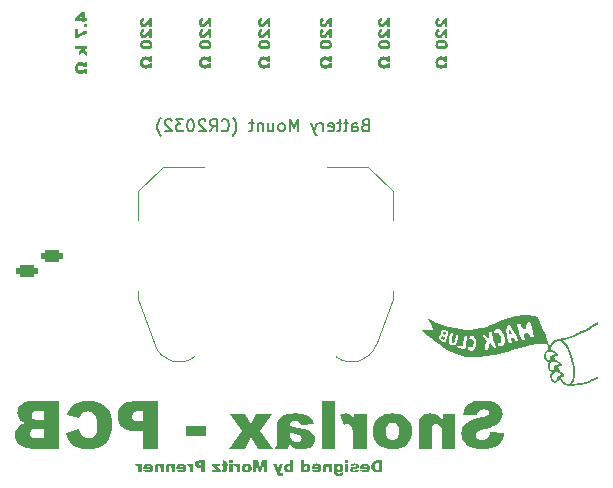
<source format=gbo>
G04 #@! TF.GenerationSoftware,KiCad,Pcbnew,9.0.2*
G04 #@! TF.CreationDate,2025-06-21T22:02:29+02:00*
G04 #@! TF.ProjectId,Keychain,4b657963-6861-4696-9e2e-6b696361645f,rev?*
G04 #@! TF.SameCoordinates,Original*
G04 #@! TF.FileFunction,Legend,Bot*
G04 #@! TF.FilePolarity,Positive*
%FSLAX46Y46*%
G04 Gerber Fmt 4.6, Leading zero omitted, Abs format (unit mm)*
G04 Created by KiCad (PCBNEW 9.0.2) date 2025-06-21 22:02:29*
%MOMM*%
%LPD*%
G01*
G04 APERTURE LIST*
G04 Aperture macros list*
%AMRoundRect*
0 Rectangle with rounded corners*
0 $1 Rounding radius*
0 $2 $3 $4 $5 $6 $7 $8 $9 X,Y pos of 4 corners*
0 Add a 4 corners polygon primitive as box body*
4,1,4,$2,$3,$4,$5,$6,$7,$8,$9,$2,$3,0*
0 Add four circle primitives for the rounded corners*
1,1,$1+$1,$2,$3*
1,1,$1+$1,$4,$5*
1,1,$1+$1,$6,$7*
1,1,$1+$1,$8,$9*
0 Add four rect primitives between the rounded corners*
20,1,$1+$1,$2,$3,$4,$5,0*
20,1,$1+$1,$4,$5,$6,$7,0*
20,1,$1+$1,$6,$7,$8,$9,0*
20,1,$1+$1,$8,$9,$2,$3,0*%
G04 Aperture macros list end*
%ADD10C,0.100000*%
%ADD11C,0.150000*%
%ADD12C,0.000000*%
%ADD13C,0.120000*%
%ADD14C,1.600000*%
%ADD15R,1.800000X1.800000*%
%ADD16C,1.800000*%
%ADD17R,1.700000X1.700000*%
%ADD18C,1.700000*%
%ADD19R,1.800000X1.100000*%
%ADD20RoundRect,0.275000X0.625000X-0.275000X0.625000X0.275000X-0.625000X0.275000X-0.625000X-0.275000X0*%
%ADD21C,2.000000*%
%ADD22R,1.270000X5.080000*%
%ADD23C,17.800000*%
G04 APERTURE END LIST*
D10*
G36*
X188726936Y-128487166D02*
G01*
X187549197Y-128413161D01*
X187511505Y-128601942D01*
X187458574Y-128745036D01*
X187393370Y-128851577D01*
X187289092Y-128957072D01*
X187166080Y-129032351D01*
X187020593Y-129079080D01*
X186846998Y-129095575D01*
X186674385Y-129080042D01*
X186541168Y-129037655D01*
X186438624Y-128971988D01*
X186356720Y-128882173D01*
X186310353Y-128787788D01*
X186295010Y-128685491D01*
X186309496Y-128588057D01*
X186353515Y-128496679D01*
X186431541Y-128408276D01*
X186534122Y-128342079D01*
X186730448Y-128264959D01*
X187065596Y-128177466D01*
X187485945Y-128065835D01*
X187808395Y-127946054D01*
X188050264Y-127821253D01*
X188226726Y-127693377D01*
X188380955Y-127530358D01*
X188488758Y-127350417D01*
X188554001Y-127149904D01*
X188576482Y-126923279D01*
X188556871Y-126723450D01*
X188497960Y-126530874D01*
X188397452Y-126342226D01*
X188262406Y-126177159D01*
X188085314Y-126033987D01*
X187859141Y-125912358D01*
X187614016Y-125831131D01*
X187291688Y-125776256D01*
X186874109Y-125755799D01*
X186481725Y-125777182D01*
X186163873Y-125835931D01*
X185908021Y-125925564D01*
X185703453Y-126042051D01*
X185528106Y-126199646D01*
X185389626Y-126398519D01*
X185287106Y-126646117D01*
X185223761Y-126953077D01*
X186390509Y-127021953D01*
X186436499Y-126846869D01*
X186502396Y-126718061D01*
X186585903Y-126625547D01*
X186691889Y-126559418D01*
X186826409Y-126517093D01*
X186997208Y-126501716D01*
X187195376Y-126527070D01*
X187322539Y-126592819D01*
X187405032Y-126694814D01*
X187431716Y-126814103D01*
X187410455Y-126901902D01*
X187341590Y-126985073D01*
X187221118Y-127051193D01*
X186926133Y-127131863D01*
X186381501Y-127263098D01*
X186007277Y-127380495D01*
X185763537Y-127484061D01*
X185542203Y-127618451D01*
X185374649Y-127765722D01*
X185252581Y-127926140D01*
X185164163Y-128107856D01*
X185110800Y-128303449D01*
X185092602Y-128516475D01*
X185116357Y-128765955D01*
X185186913Y-129000385D01*
X185305826Y-129224047D01*
X185464995Y-129420867D01*
X185661894Y-129584025D01*
X185901534Y-129715219D01*
X186161986Y-129803941D01*
X186479828Y-129861658D01*
X186866049Y-129882526D01*
X187300580Y-129861922D01*
X187644821Y-129805986D01*
X187914377Y-129722097D01*
X188122851Y-129615430D01*
X188281437Y-129488562D01*
X188455355Y-129280381D01*
X188586969Y-129046997D01*
X188677865Y-128784409D01*
X188726936Y-128487166D01*
G37*
G36*
X184544033Y-126912533D02*
G01*
X183508443Y-126912533D01*
X183508443Y-127389295D01*
X183343894Y-127205182D01*
X183187727Y-127069493D01*
X183038520Y-126974570D01*
X182875390Y-126907519D01*
X182684076Y-126865062D01*
X182459176Y-126850006D01*
X182230741Y-126868923D01*
X182038249Y-126922365D01*
X181875106Y-127007604D01*
X181736461Y-127125024D01*
X181629443Y-127268504D01*
X181548055Y-127451423D01*
X181494820Y-127682837D01*
X181475366Y-127974012D01*
X181475366Y-129820000D01*
X182593021Y-129820000D01*
X182593021Y-128225094D01*
X182606872Y-128044849D01*
X182642557Y-127921099D01*
X182694137Y-127838702D01*
X182768445Y-127777060D01*
X182861342Y-127738980D01*
X182978436Y-127725373D01*
X183106068Y-127742740D01*
X183213735Y-127793079D01*
X183306454Y-127878269D01*
X183369313Y-127988925D01*
X183414210Y-128163572D01*
X183431995Y-128427327D01*
X183431995Y-129820000D01*
X184544033Y-129820000D01*
X184544033Y-126912533D01*
G37*
G36*
X179597552Y-126869131D02*
G01*
X179867376Y-126923744D01*
X180104988Y-127010950D01*
X180314908Y-127129604D01*
X180500592Y-127280362D01*
X180696108Y-127509375D01*
X180834591Y-127764214D01*
X180919224Y-128050134D01*
X180948534Y-128374570D01*
X180926354Y-128654834D01*
X180862133Y-128905765D01*
X180757348Y-129132462D01*
X180610766Y-129338844D01*
X180418527Y-129527397D01*
X180194711Y-129678013D01*
X179936044Y-129788547D01*
X179636179Y-129858027D01*
X179287194Y-129882526D01*
X178969537Y-129863250D01*
X178693386Y-129808463D01*
X178452769Y-129721469D01*
X178242651Y-129603792D01*
X178059141Y-129455101D01*
X177865831Y-129227552D01*
X177728503Y-128972841D01*
X177644328Y-128685528D01*
X177615107Y-128357962D01*
X177615441Y-128353810D01*
X178732518Y-128353810D01*
X178753230Y-128623145D01*
X178807384Y-128814443D01*
X178886880Y-128947320D01*
X179000275Y-129050647D01*
X179130022Y-129111378D01*
X179281821Y-129132212D01*
X179431608Y-129111285D01*
X179561451Y-129049872D01*
X179676761Y-128944633D01*
X179758421Y-128809987D01*
X179813148Y-128622314D01*
X179833809Y-128364801D01*
X179813111Y-128111320D01*
X179758017Y-127924798D01*
X179675296Y-127789364D01*
X179559001Y-127683531D01*
X179426956Y-127621525D01*
X179273516Y-127600321D01*
X179129025Y-127620923D01*
X179002335Y-127681744D01*
X178888345Y-127786678D01*
X178807037Y-127920148D01*
X178752871Y-128103980D01*
X178732518Y-128353810D01*
X177615441Y-128353810D01*
X177638650Y-128064872D01*
X177706722Y-127803565D01*
X177817693Y-127568471D01*
X177972923Y-127355345D01*
X178159888Y-127179783D01*
X178379276Y-127041065D01*
X178636030Y-126938246D01*
X178936906Y-126873100D01*
X179290125Y-126850006D01*
X179597552Y-126869131D01*
G37*
G36*
X177068980Y-126912533D02*
G01*
X176028017Y-126912533D01*
X176028017Y-127387585D01*
X175916564Y-127188386D01*
X175813461Y-127052514D01*
X175717829Y-126965533D01*
X175606021Y-126902685D01*
X175475824Y-126863707D01*
X175322888Y-126850006D01*
X175162026Y-126865125D01*
X174983894Y-126913243D01*
X174784577Y-126999972D01*
X175128959Y-127792051D01*
X175317740Y-127727085D01*
X175440369Y-127709741D01*
X175576457Y-127730273D01*
X175687246Y-127789519D01*
X175779134Y-127890725D01*
X175863508Y-128072653D01*
X175926062Y-128374080D01*
X175951325Y-128844249D01*
X175951325Y-129820000D01*
X177068980Y-129820000D01*
X177068980Y-126912533D01*
G37*
G36*
X174372539Y-125818325D02*
G01*
X173257815Y-125818325D01*
X173257815Y-129820000D01*
X174372539Y-129820000D01*
X174372539Y-125818325D01*
G37*
G36*
X171401558Y-126862022D02*
G01*
X171675121Y-126896413D01*
X171926366Y-126956010D01*
X172095952Y-127027083D01*
X172288536Y-127158682D01*
X172422504Y-127303810D01*
X172518212Y-127482019D01*
X172595917Y-127741004D01*
X171532972Y-127850425D01*
X171451974Y-127684544D01*
X171360781Y-127593970D01*
X171204138Y-127531536D01*
X170950941Y-127506531D01*
X170758497Y-127530832D01*
X170653209Y-127590062D01*
X170592986Y-127693716D01*
X170568457Y-127881688D01*
X170961932Y-128014068D01*
X171773551Y-128190167D01*
X172115696Y-128282227D01*
X172344502Y-128389520D01*
X172489427Y-128506706D01*
X172595585Y-128658656D01*
X172660565Y-128837273D01*
X172683356Y-129049902D01*
X172666314Y-129220062D01*
X172616492Y-129373196D01*
X172533558Y-129513139D01*
X172414200Y-129642435D01*
X172274355Y-129741763D01*
X172101343Y-129816605D01*
X171888133Y-129865016D01*
X171626028Y-129882526D01*
X171367627Y-129868059D01*
X171140414Y-129826797D01*
X170940195Y-129761137D01*
X170730993Y-129644989D01*
X170505687Y-129457787D01*
X170467585Y-129645854D01*
X170385519Y-129820000D01*
X169341625Y-129820000D01*
X169417503Y-129645617D01*
X169455198Y-129523244D01*
X169473677Y-129395904D01*
X169481088Y-129201821D01*
X169481088Y-128619302D01*
X170568457Y-128619302D01*
X170586743Y-128812326D01*
X170635380Y-128951960D01*
X170722136Y-129066686D01*
X170862281Y-129168604D01*
X171028183Y-129235005D01*
X171207885Y-129257264D01*
X171370426Y-129234711D01*
X171477040Y-129175198D01*
X171545437Y-129082029D01*
X171568631Y-128963928D01*
X171546195Y-128858572D01*
X171475819Y-128761939D01*
X171350945Y-128686918D01*
X171046684Y-128587062D01*
X170568457Y-128444424D01*
X170568457Y-128619302D01*
X169481088Y-128619302D01*
X169481088Y-127919302D01*
X169500810Y-127713274D01*
X169563153Y-127488702D01*
X169663557Y-127283264D01*
X169787124Y-127139923D01*
X169930055Y-127036751D01*
X170097175Y-126958647D01*
X170292707Y-126906182D01*
X170620309Y-126865847D01*
X171095777Y-126850006D01*
X171401558Y-126862022D01*
G37*
G36*
X169066119Y-126912533D02*
G01*
X167746475Y-126912533D01*
X167284612Y-127722930D01*
X166748987Y-126912533D01*
X165522155Y-126912533D01*
X166511339Y-128297878D01*
X165451081Y-129820000D01*
X166748987Y-129820000D01*
X167284612Y-128883817D01*
X167915735Y-129820000D01*
X169120830Y-129820000D01*
X168066189Y-128297878D01*
X169066119Y-126912533D01*
G37*
G36*
X163431925Y-127928583D02*
G01*
X161814305Y-127928583D01*
X161814305Y-128788318D01*
X163431925Y-128788318D01*
X163431925Y-127928583D01*
G37*
G36*
X159422190Y-129820000D02*
G01*
X158178994Y-129820000D01*
X158178994Y-128335003D01*
X157501220Y-128335003D01*
X157121923Y-128309692D01*
X156818956Y-128240283D01*
X156578114Y-128133917D01*
X156387961Y-127993796D01*
X156232023Y-127812122D01*
X156118963Y-127598341D01*
X156048130Y-127346079D01*
X156025925Y-127080816D01*
X157228157Y-127080816D01*
X157244556Y-127203145D01*
X157292237Y-127307462D01*
X157372993Y-127398332D01*
X157477958Y-127461025D01*
X157638554Y-127504969D01*
X157875645Y-127522163D01*
X158178994Y-127522163D01*
X158178994Y-126631165D01*
X157826552Y-126631165D01*
X157597631Y-126649532D01*
X157447815Y-126695979D01*
X157353942Y-126762079D01*
X157284102Y-126855496D01*
X157242460Y-126960505D01*
X157228157Y-127080816D01*
X156025925Y-127080816D01*
X156023063Y-127046622D01*
X156046489Y-126753640D01*
X156112199Y-126510198D01*
X156216083Y-126307189D01*
X156357920Y-126137794D01*
X156532968Y-126005795D01*
X156752214Y-125906292D01*
X157025384Y-125841755D01*
X157364689Y-125818325D01*
X159422190Y-125818325D01*
X159422190Y-129820000D01*
G37*
G36*
X152709176Y-128178688D02*
G01*
X151624249Y-128507683D01*
X151714614Y-128803316D01*
X151829926Y-129054583D01*
X151968631Y-129267278D01*
X152138546Y-129454491D01*
X152332224Y-129607154D01*
X152552128Y-129727431D01*
X152789505Y-129809517D01*
X153081456Y-129863094D01*
X153438729Y-129882526D01*
X153872271Y-129858705D01*
X154223304Y-129793286D01*
X154505826Y-129693482D01*
X154698972Y-129585571D01*
X154881805Y-129441628D01*
X155055528Y-129257694D01*
X155220481Y-129028408D01*
X155346455Y-128786730D01*
X155440348Y-128507327D01*
X155499866Y-128184024D01*
X155520899Y-127809637D01*
X155496662Y-127406672D01*
X155428165Y-127060726D01*
X155320096Y-126763387D01*
X155174792Y-126507560D01*
X154992114Y-126287759D01*
X154772899Y-126103097D01*
X154519546Y-125956803D01*
X154226960Y-125848420D01*
X153888470Y-125779960D01*
X153496126Y-125755799D01*
X153112400Y-125777866D01*
X152792628Y-125839339D01*
X152526738Y-125934718D01*
X152306175Y-126060858D01*
X152110513Y-126226644D01*
X151938099Y-126433981D01*
X151788384Y-126688528D01*
X151662595Y-126997773D01*
X152755582Y-127240795D01*
X152819054Y-127072032D01*
X152875749Y-126973105D01*
X152991870Y-126846818D01*
X153130006Y-126754508D01*
X153287105Y-126697635D01*
X153466084Y-126678060D01*
X153668513Y-126700165D01*
X153839339Y-126763368D01*
X153985479Y-126867031D01*
X154110885Y-127015847D01*
X154197453Y-127192160D01*
X154257369Y-127446168D01*
X154280390Y-127802798D01*
X154263514Y-128151867D01*
X154219319Y-128406944D01*
X154155782Y-128588497D01*
X154078157Y-128713824D01*
X153968587Y-128820276D01*
X153840145Y-128896376D01*
X153689065Y-128943614D01*
X153509804Y-128960265D01*
X153281530Y-128935540D01*
X153106798Y-128867645D01*
X152972958Y-128760230D01*
X152868958Y-128617111D01*
X152780112Y-128426876D01*
X152709176Y-128178688D01*
G37*
G36*
X151019992Y-129820000D02*
G01*
X148883112Y-129820000D01*
X148328436Y-129765289D01*
X148036524Y-129706930D01*
X147858513Y-129633886D01*
X147702270Y-129525332D01*
X147570890Y-129394706D01*
X147462351Y-129240167D01*
X147382557Y-129069003D01*
X147334108Y-128883196D01*
X147317515Y-128679385D01*
X147330902Y-128541632D01*
X148558024Y-128541632D01*
X148573310Y-128663293D01*
X148616917Y-128763274D01*
X148689183Y-128846692D01*
X148784293Y-128904378D01*
X148928521Y-128944589D01*
X149140055Y-128960265D01*
X149771179Y-128960265D01*
X149771179Y-128147424D01*
X149142742Y-128147424D01*
X148926884Y-128162563D01*
X148781789Y-128201079D01*
X148687961Y-128255624D01*
X148615885Y-128335215D01*
X148572942Y-128429021D01*
X148558024Y-128541632D01*
X147330902Y-128541632D01*
X147341631Y-128431224D01*
X147410201Y-128221841D01*
X147521213Y-128043377D01*
X147672956Y-127898052D01*
X147880144Y-127778242D01*
X148156245Y-127686294D01*
X147973535Y-127608791D01*
X147831878Y-127519489D01*
X147724423Y-127419337D01*
X147601889Y-127240189D01*
X147528400Y-127039920D01*
X147523780Y-126998262D01*
X148716538Y-126998262D01*
X148730277Y-127117265D01*
X148768459Y-127210149D01*
X148829867Y-127283049D01*
X148912306Y-127332653D01*
X149040703Y-127367685D01*
X149232867Y-127381479D01*
X149771179Y-127381479D01*
X149771179Y-126631165D01*
X149224807Y-126631165D01*
X149038177Y-126644683D01*
X148912054Y-126679195D01*
X148829867Y-126728374D01*
X148767838Y-126800066D01*
X148729962Y-126888340D01*
X148716538Y-126998262D01*
X147523780Y-126998262D01*
X147503139Y-126812149D01*
X147522951Y-126607527D01*
X147580701Y-126424137D01*
X147676386Y-126257434D01*
X147813328Y-126104333D01*
X147975289Y-125984939D01*
X148172408Y-125895903D01*
X148411901Y-125838831D01*
X148702860Y-125818325D01*
X151019992Y-125818325D01*
X151019992Y-129820000D01*
G37*
G36*
X178397356Y-131830000D02*
G01*
X177937629Y-131830000D01*
X177853094Y-131823602D01*
X177753165Y-131802705D01*
X177705565Y-131785525D01*
X177659272Y-131759337D01*
X177613825Y-131723204D01*
X177574131Y-131680739D01*
X177540357Y-131631634D01*
X177512403Y-131575132D01*
X177493576Y-131514861D01*
X177480682Y-131433655D01*
X177476120Y-131332843D01*
X177786626Y-131332843D01*
X177789915Y-131413835D01*
X177798297Y-131469735D01*
X177809890Y-131506683D01*
X177828195Y-131540119D01*
X177849556Y-131564675D01*
X177874065Y-131581849D01*
X177902601Y-131592523D01*
X177946774Y-131600277D01*
X178012062Y-131603342D01*
X178087900Y-131603342D01*
X178087900Y-131056238D01*
X178010719Y-131056238D01*
X177949885Y-131060661D01*
X177902670Y-131072664D01*
X177866288Y-131090925D01*
X177838589Y-131114979D01*
X177818521Y-131145126D01*
X177802222Y-131188621D01*
X177790931Y-131249561D01*
X177786626Y-131332843D01*
X177476120Y-131332843D01*
X177475827Y-131326371D01*
X177482097Y-131225846D01*
X177500435Y-131132625D01*
X177520491Y-131073393D01*
X177546910Y-131020144D01*
X177579692Y-130972219D01*
X177619171Y-130929989D01*
X177665036Y-130894842D01*
X177717994Y-130866461D01*
X177775022Y-130847105D01*
X177847167Y-130834286D01*
X177937629Y-130829581D01*
X178397356Y-130829581D01*
X178397356Y-131830000D01*
G37*
G36*
X177034219Y-131092238D02*
G01*
X177101831Y-131105709D01*
X177160797Y-131127110D01*
X177212343Y-131156079D01*
X177257413Y-131192709D01*
X177304568Y-131248594D01*
X177338284Y-131312009D01*
X177359085Y-131384430D01*
X177366345Y-131467909D01*
X177359992Y-131546076D01*
X177341717Y-131614870D01*
X177312062Y-131675943D01*
X177271721Y-131730681D01*
X177226209Y-131773248D01*
X177175103Y-131805026D01*
X177118400Y-131826171D01*
X177044182Y-131840358D01*
X176948263Y-131845631D01*
X176837817Y-131839275D01*
X176754827Y-131822382D01*
X176693517Y-131797515D01*
X176639121Y-131760097D01*
X176588638Y-131707954D01*
X176541843Y-131638513D01*
X176815761Y-131615066D01*
X176842381Y-131644398D01*
X176864243Y-131660983D01*
X176902340Y-131676410D01*
X176942157Y-131681500D01*
X176983219Y-131676053D01*
X177017752Y-131660312D01*
X177047364Y-131633811D01*
X177063062Y-131610083D01*
X177075407Y-131577317D01*
X177083573Y-131533000D01*
X176526150Y-131533000D01*
X176526150Y-131501737D01*
X176532066Y-131407449D01*
X176533630Y-131400132D01*
X176808922Y-131400132D01*
X177082902Y-131400132D01*
X177070481Y-131341097D01*
X177050784Y-131303595D01*
X177021225Y-131274597D01*
X176986513Y-131257527D01*
X176944904Y-131251632D01*
X176908042Y-131255709D01*
X176877664Y-131267258D01*
X176852336Y-131286071D01*
X176833294Y-131311402D01*
X176818449Y-131348203D01*
X176808922Y-131400132D01*
X176533630Y-131400132D01*
X176548334Y-131331351D01*
X176573289Y-131270195D01*
X176609571Y-131215477D01*
X176655027Y-131170497D01*
X176710614Y-131134396D01*
X176772596Y-131109888D01*
X176853086Y-131093550D01*
X176956506Y-131087501D01*
X177034219Y-131092238D01*
G37*
G36*
X176447687Y-131630697D02*
G01*
X176171754Y-131603342D01*
X176150244Y-131646210D01*
X176123943Y-131672463D01*
X176089759Y-131687591D01*
X176041939Y-131693224D01*
X175990200Y-131686702D01*
X175955232Y-131669471D01*
X175937092Y-131649229D01*
X175931297Y-131625324D01*
X175934651Y-131607216D01*
X175944656Y-131592079D01*
X175962682Y-131579101D01*
X175994539Y-131568502D01*
X176082239Y-131550586D01*
X176215665Y-131523811D01*
X176283434Y-131503935D01*
X176318789Y-131486420D01*
X176350298Y-131462363D01*
X176378383Y-131431151D01*
X176399824Y-131395400D01*
X176412621Y-131356772D01*
X176416973Y-131314342D01*
X176412189Y-131267984D01*
X176398308Y-131227170D01*
X176375330Y-131190694D01*
X176344811Y-131159624D01*
X176306941Y-131133778D01*
X176260536Y-131113147D01*
X176211049Y-131099836D01*
X176146749Y-131090843D01*
X176064470Y-131087501D01*
X175943198Y-131093429D01*
X175872861Y-131107468D01*
X175815520Y-131133311D01*
X175769730Y-131169384D01*
X175733052Y-131216827D01*
X175701037Y-131282896D01*
X175964758Y-131306343D01*
X175978868Y-131276622D01*
X175998891Y-131257067D01*
X176034223Y-131241504D01*
X176078148Y-131236001D01*
X176121375Y-131240802D01*
X176146841Y-131252670D01*
X176163148Y-131271435D01*
X176168334Y-131293093D01*
X176161764Y-131315958D01*
X176140979Y-131333148D01*
X176105506Y-131344378D01*
X176022155Y-131357634D01*
X175892764Y-131378173D01*
X175815892Y-131401170D01*
X175773249Y-131423098D01*
X175739138Y-131449610D01*
X175712394Y-131480793D01*
X175692352Y-131516631D01*
X175680485Y-131554282D01*
X175676490Y-131594488D01*
X175680566Y-131635167D01*
X175692968Y-131675545D01*
X175714409Y-131716304D01*
X175743280Y-131751860D01*
X175782480Y-131783286D01*
X175833966Y-131810582D01*
X175889581Y-131828787D01*
X175962372Y-131841062D01*
X176056288Y-131845631D01*
X176160340Y-131841083D01*
X176239005Y-131829008D01*
X176297262Y-131811402D01*
X176339426Y-131789699D01*
X176377829Y-131758774D01*
X176408343Y-131722439D01*
X176431602Y-131680084D01*
X176447687Y-131630697D01*
G37*
G36*
X175533425Y-130829581D02*
G01*
X175255416Y-130829581D01*
X175255416Y-131017159D01*
X175533425Y-131017159D01*
X175533425Y-130829581D01*
G37*
G36*
X175533425Y-131103133D02*
G01*
X175255416Y-131103133D01*
X175255416Y-131830000D01*
X175533425Y-131830000D01*
X175533425Y-131103133D01*
G37*
G36*
X174880166Y-131093366D02*
G01*
X174936523Y-131110205D01*
X174986041Y-131137614D01*
X175029857Y-131176161D01*
X175063941Y-131222436D01*
X175089458Y-131279252D01*
X175105881Y-131348816D01*
X175111801Y-131433899D01*
X175107314Y-131508482D01*
X175094689Y-131571931D01*
X175074859Y-131625935D01*
X175048298Y-131671913D01*
X175008940Y-131718884D01*
X174966368Y-131753998D01*
X174920164Y-131778674D01*
X174869513Y-131793611D01*
X174813275Y-131798736D01*
X174764491Y-131794938D01*
X174718471Y-131783699D01*
X174674606Y-131764970D01*
X174635284Y-131738209D01*
X174592663Y-131695483D01*
X174592663Y-131806125D01*
X174596764Y-131859217D01*
X174607277Y-131895229D01*
X174622399Y-131918843D01*
X174644272Y-131936077D01*
X174673425Y-131947095D01*
X174712158Y-131951144D01*
X174755740Y-131945472D01*
X174789339Y-131929651D01*
X174806891Y-131910647D01*
X174820785Y-131876894D01*
X175090674Y-131845631D01*
X175092017Y-131882939D01*
X175086671Y-131936968D01*
X175071303Y-131983678D01*
X175046142Y-132024572D01*
X175010379Y-132060626D01*
X174968900Y-132086119D01*
X174908965Y-132106973D01*
X174824935Y-132121468D01*
X174710143Y-132126999D01*
X174617358Y-132122448D01*
X174540395Y-132109841D01*
X174471138Y-132086623D01*
X174418151Y-132054275D01*
X174375278Y-132010654D01*
X174340970Y-131953831D01*
X174319173Y-131890167D01*
X174311905Y-131823222D01*
X174312577Y-131790982D01*
X174312577Y-131453682D01*
X174590587Y-131453682D01*
X174595118Y-131505313D01*
X174607273Y-131543696D01*
X174625758Y-131571957D01*
X174651314Y-131593891D01*
X174679983Y-131606765D01*
X174712891Y-131611158D01*
X174747621Y-131606784D01*
X174776531Y-131594241D01*
X174801002Y-131573361D01*
X174818491Y-131546076D01*
X174830102Y-131508399D01*
X174834463Y-131457041D01*
X174830128Y-131397997D01*
X174818919Y-131356959D01*
X174802711Y-131329241D01*
X174779256Y-131307906D01*
X174751374Y-131295155D01*
X174717654Y-131290711D01*
X174683984Y-131295360D01*
X174654301Y-131309078D01*
X174627467Y-131332660D01*
X174607908Y-131362710D01*
X174595244Y-131402142D01*
X174590587Y-131453682D01*
X174312577Y-131453682D01*
X174312577Y-131103133D01*
X174572818Y-131103133D01*
X174572818Y-131211821D01*
X174607157Y-131169830D01*
X174641362Y-131138551D01*
X174675644Y-131116383D01*
X174713380Y-131101005D01*
X174759380Y-131091080D01*
X174815351Y-131087501D01*
X174880166Y-131093366D01*
G37*
G36*
X174144660Y-131103133D02*
G01*
X173885763Y-131103133D01*
X173885763Y-131222323D01*
X173844626Y-131176295D01*
X173805584Y-131142373D01*
X173768282Y-131118642D01*
X173727500Y-131101879D01*
X173679671Y-131091265D01*
X173623446Y-131087501D01*
X173566337Y-131092230D01*
X173518214Y-131105591D01*
X173477429Y-131126901D01*
X173442767Y-131156256D01*
X173416013Y-131192126D01*
X173395666Y-131237855D01*
X173382357Y-131295709D01*
X173377493Y-131368503D01*
X173377493Y-131830000D01*
X173656907Y-131830000D01*
X173656907Y-131431273D01*
X173660370Y-131386212D01*
X173669291Y-131355274D01*
X173682186Y-131334675D01*
X173700763Y-131319265D01*
X173723988Y-131309745D01*
X173753261Y-131306343D01*
X173785169Y-131310685D01*
X173812086Y-131323269D01*
X173835266Y-131344567D01*
X173850980Y-131372231D01*
X173862205Y-131415893D01*
X173866651Y-131481831D01*
X173866651Y-131830000D01*
X174144660Y-131830000D01*
X174144660Y-131103133D01*
G37*
G36*
X172914330Y-131092238D02*
G01*
X172981943Y-131105709D01*
X173040909Y-131127110D01*
X173092455Y-131156079D01*
X173137525Y-131192709D01*
X173184680Y-131248594D01*
X173218396Y-131312009D01*
X173239197Y-131384430D01*
X173246457Y-131467909D01*
X173240104Y-131546076D01*
X173221828Y-131614870D01*
X173192174Y-131675943D01*
X173151833Y-131730681D01*
X173106321Y-131773248D01*
X173055215Y-131805026D01*
X172998511Y-131826171D01*
X172924294Y-131840358D01*
X172828374Y-131845631D01*
X172717929Y-131839275D01*
X172634939Y-131822382D01*
X172573629Y-131797515D01*
X172519233Y-131760097D01*
X172468749Y-131707954D01*
X172421954Y-131638513D01*
X172695873Y-131615066D01*
X172722493Y-131644398D01*
X172744355Y-131660983D01*
X172782452Y-131676410D01*
X172822268Y-131681500D01*
X172863331Y-131676053D01*
X172897864Y-131660312D01*
X172927476Y-131633811D01*
X172943173Y-131610083D01*
X172955518Y-131577317D01*
X172963685Y-131533000D01*
X172406262Y-131533000D01*
X172406262Y-131501737D01*
X172412177Y-131407449D01*
X172413741Y-131400132D01*
X172689034Y-131400132D01*
X172963013Y-131400132D01*
X172950593Y-131341097D01*
X172930895Y-131303595D01*
X172901337Y-131274597D01*
X172866625Y-131257527D01*
X172825016Y-131251632D01*
X172788154Y-131255709D01*
X172757775Y-131267258D01*
X172732448Y-131286071D01*
X172713405Y-131311402D01*
X172698560Y-131348203D01*
X172689034Y-131400132D01*
X172413741Y-131400132D01*
X172428445Y-131331351D01*
X172453401Y-131270195D01*
X172489683Y-131215477D01*
X172535139Y-131170497D01*
X172590726Y-131134396D01*
X172652708Y-131109888D01*
X172733198Y-131093550D01*
X172836618Y-131087501D01*
X172914330Y-131092238D01*
G37*
G36*
X171795655Y-131174696D02*
G01*
X171839870Y-131136373D01*
X171889566Y-131109300D01*
X171944585Y-131093121D01*
X172007413Y-131087501D01*
X172072166Y-131093689D01*
X172129416Y-131111614D01*
X172180696Y-131141124D01*
X172227049Y-131183122D01*
X172262986Y-131232917D01*
X172289900Y-131293867D01*
X172307213Y-131368285D01*
X172313449Y-131459056D01*
X172308200Y-131539319D01*
X172293090Y-131610919D01*
X172268726Y-131675121D01*
X172235231Y-131732974D01*
X172201044Y-131773629D01*
X172162110Y-131804659D01*
X172117839Y-131826976D01*
X172067203Y-131840798D01*
X172008818Y-131845631D01*
X171960421Y-131842046D01*
X171916014Y-131831572D01*
X171874911Y-131814368D01*
X171831002Y-131782727D01*
X171775199Y-131722533D01*
X171775199Y-131830000D01*
X171514897Y-131830000D01*
X171514897Y-131464429D01*
X171793640Y-131464429D01*
X171798434Y-131526711D01*
X171810921Y-131570547D01*
X171829177Y-131600655D01*
X171855138Y-131624079D01*
X171884331Y-131637759D01*
X171917959Y-131642421D01*
X171949293Y-131637864D01*
X171976825Y-131624380D01*
X172001673Y-131601022D01*
X172019118Y-131571340D01*
X172030941Y-131529215D01*
X172035440Y-131470596D01*
X172030929Y-131407524D01*
X172019320Y-131364063D01*
X172002650Y-131335041D01*
X171978540Y-131312228D01*
X171951813Y-131299066D01*
X171921379Y-131294619D01*
X171886418Y-131299359D01*
X171856330Y-131313200D01*
X171829849Y-131336751D01*
X171810903Y-131366964D01*
X171798345Y-131408367D01*
X171793640Y-131464429D01*
X171514897Y-131464429D01*
X171514897Y-130829581D01*
X171795655Y-130829581D01*
X171795655Y-131174696D01*
G37*
G36*
X170878278Y-131830000D02*
G01*
X170617977Y-131830000D01*
X170617977Y-131722533D01*
X170562696Y-131782224D01*
X170518264Y-131814368D01*
X170476739Y-131831613D01*
X170432315Y-131842067D01*
X170384358Y-131845631D01*
X170328718Y-131840589D01*
X170277238Y-131825731D01*
X170228959Y-131800935D01*
X170186679Y-131767043D01*
X170150166Y-131722545D01*
X170119294Y-131665685D01*
X170097799Y-131604156D01*
X170084360Y-131534785D01*
X170079986Y-131461681D01*
X170357736Y-131461681D01*
X170362389Y-131526523D01*
X170374363Y-131571196D01*
X170391564Y-131601022D01*
X170416374Y-131624378D01*
X170443886Y-131637863D01*
X170475217Y-131642421D01*
X170509254Y-131637705D01*
X170538553Y-131623909D01*
X170564365Y-131600350D01*
X170582456Y-131570061D01*
X170594806Y-131526275D01*
X170599536Y-131464429D01*
X170594873Y-131408334D01*
X170582433Y-131366933D01*
X170563694Y-131336751D01*
X170537366Y-131313289D01*
X170506964Y-131299405D01*
X170471126Y-131294619D01*
X170441561Y-131299016D01*
X170415158Y-131312130D01*
X170390892Y-131335041D01*
X170373741Y-131363956D01*
X170362143Y-131404871D01*
X170357736Y-131461681D01*
X170079986Y-131461681D01*
X170079665Y-131456308D01*
X170085902Y-131366703D01*
X170103245Y-131293029D01*
X170130265Y-131232480D01*
X170166433Y-131182817D01*
X170212949Y-131140917D01*
X170264239Y-131111502D01*
X170321324Y-131093654D01*
X170385702Y-131087501D01*
X170447943Y-131093106D01*
X170502877Y-131109300D01*
X170552695Y-131136343D01*
X170597460Y-131174696D01*
X170597460Y-130829581D01*
X170878278Y-130829581D01*
X170878278Y-131830000D01*
G37*
G36*
X170027214Y-131103133D02*
G01*
X169733451Y-131103133D01*
X169583852Y-131587039D01*
X169445184Y-131103133D01*
X169171265Y-131103133D01*
X169458861Y-131880985D01*
X169496152Y-131969041D01*
X169529546Y-132026378D01*
X169559306Y-132061053D01*
X169596917Y-132088076D01*
X169644617Y-132108645D01*
X169704682Y-132122092D01*
X169779918Y-132126999D01*
X169848151Y-132123679D01*
X169965726Y-132110940D01*
X169987586Y-131919148D01*
X169925292Y-131934160D01*
X169853680Y-131939420D01*
X169807978Y-131933106D01*
X169774118Y-131915668D01*
X169747806Y-131885431D01*
X169722521Y-131830671D01*
X170027214Y-131103133D01*
G37*
G36*
X168610728Y-130829581D02*
G01*
X168203575Y-130829581D01*
X168046466Y-131437868D01*
X167890028Y-130829581D01*
X167484280Y-130829581D01*
X167484280Y-131830000D01*
X167737010Y-131830000D01*
X167737010Y-131066252D01*
X167933076Y-131830000D01*
X168161932Y-131830000D01*
X168357265Y-131066252D01*
X168357265Y-131830000D01*
X168610728Y-131830000D01*
X168610728Y-130829581D01*
G37*
G36*
X167001271Y-131092282D02*
G01*
X167068727Y-131105936D01*
X167128130Y-131127737D01*
X167180610Y-131157401D01*
X167227031Y-131195090D01*
X167275910Y-131252343D01*
X167310531Y-131316053D01*
X167331689Y-131387533D01*
X167339016Y-131468642D01*
X167333471Y-131538708D01*
X167317416Y-131601441D01*
X167291220Y-131658115D01*
X167254574Y-131709711D01*
X167206515Y-131756849D01*
X167150561Y-131794503D01*
X167085894Y-131822136D01*
X167010928Y-131839506D01*
X166923681Y-131845631D01*
X166844267Y-131840812D01*
X166775229Y-131827115D01*
X166715075Y-131805367D01*
X166662546Y-131775948D01*
X166616668Y-131738775D01*
X166568341Y-131681888D01*
X166534009Y-131618210D01*
X166512965Y-131546382D01*
X166505660Y-131464490D01*
X166505743Y-131463452D01*
X166785013Y-131463452D01*
X166790190Y-131530786D01*
X166803729Y-131578610D01*
X166823603Y-131611830D01*
X166851952Y-131637661D01*
X166884388Y-131652844D01*
X166922338Y-131658053D01*
X166959785Y-131652821D01*
X166992246Y-131637468D01*
X167021073Y-131611158D01*
X167041488Y-131577496D01*
X167055170Y-131530578D01*
X167060335Y-131466200D01*
X167055161Y-131402830D01*
X167041387Y-131356199D01*
X167020707Y-131322341D01*
X166991633Y-131295882D01*
X166958622Y-131280381D01*
X166920262Y-131275080D01*
X166884139Y-131280230D01*
X166852467Y-131295436D01*
X166823969Y-131321669D01*
X166803642Y-131355037D01*
X166790101Y-131400995D01*
X166785013Y-131463452D01*
X166505743Y-131463452D01*
X166511545Y-131391218D01*
X166528563Y-131325891D01*
X166556306Y-131267117D01*
X166595114Y-131213836D01*
X166641855Y-131169945D01*
X166696702Y-131135266D01*
X166760890Y-131109561D01*
X166836109Y-131093275D01*
X166924414Y-131087501D01*
X167001271Y-131092282D01*
G37*
G36*
X166369128Y-131103133D02*
G01*
X166108887Y-131103133D01*
X166108887Y-131221896D01*
X166081024Y-131172096D01*
X166055248Y-131138128D01*
X166031340Y-131116383D01*
X166003388Y-131100671D01*
X165970839Y-131090926D01*
X165932605Y-131087501D01*
X165892390Y-131091281D01*
X165847856Y-131103310D01*
X165798027Y-131124993D01*
X165884123Y-131323012D01*
X165931318Y-131306771D01*
X165961975Y-131302435D01*
X165995997Y-131307568D01*
X166023695Y-131322379D01*
X166046666Y-131347681D01*
X166067760Y-131393163D01*
X166083398Y-131468520D01*
X166089714Y-131586062D01*
X166089714Y-131830000D01*
X166369128Y-131830000D01*
X166369128Y-131103133D01*
G37*
G36*
X165740264Y-130829581D02*
G01*
X165462254Y-130829581D01*
X165462254Y-131017159D01*
X165740264Y-131017159D01*
X165740264Y-130829581D01*
G37*
G36*
X165740264Y-131103133D02*
G01*
X165462254Y-131103133D01*
X165462254Y-131830000D01*
X165740264Y-131830000D01*
X165740264Y-131103133D01*
G37*
G36*
X164949100Y-130829581D02*
G01*
X164949100Y-131103133D01*
X164796082Y-131103133D01*
X164796082Y-131306343D01*
X164949100Y-131306343D01*
X164949100Y-131565118D01*
X164946284Y-131607716D01*
X164940246Y-131626912D01*
X164922219Y-131644024D01*
X164892436Y-131650237D01*
X164859053Y-131646488D01*
X164806340Y-131632407D01*
X164785824Y-131823222D01*
X164887590Y-131840263D01*
X164978470Y-131845631D01*
X165047931Y-131841972D01*
X165097363Y-131832496D01*
X165131488Y-131819009D01*
X165161264Y-131798280D01*
X165185363Y-131771548D01*
X165204212Y-131737981D01*
X165215961Y-131700533D01*
X165224451Y-131643937D01*
X165227781Y-131562004D01*
X165227781Y-131306343D01*
X165330241Y-131306343D01*
X165330241Y-131103133D01*
X165227781Y-131103133D01*
X165227781Y-130971120D01*
X164949100Y-130829581D01*
G37*
G36*
X164694599Y-131103133D02*
G01*
X164021710Y-131103133D01*
X164021710Y-131263722D01*
X164387830Y-131642421D01*
X163999179Y-131642421D01*
X163999179Y-131830000D01*
X164721893Y-131830000D01*
X164721893Y-131651885D01*
X164374885Y-131290711D01*
X164694599Y-131290711D01*
X164694599Y-131103133D01*
G37*
G36*
X163402371Y-131830000D02*
G01*
X163091572Y-131830000D01*
X163091572Y-131458750D01*
X162922129Y-131458750D01*
X162827304Y-131452423D01*
X162751563Y-131435070D01*
X162691352Y-131408479D01*
X162643814Y-131373449D01*
X162604829Y-131328030D01*
X162576564Y-131274585D01*
X162558856Y-131211519D01*
X162553305Y-131145204D01*
X162853863Y-131145204D01*
X162857963Y-131175786D01*
X162869883Y-131201865D01*
X162890072Y-131224583D01*
X162916313Y-131240256D01*
X162956462Y-131251242D01*
X163015735Y-131255540D01*
X163091572Y-131255540D01*
X163091572Y-131032791D01*
X163003462Y-131032791D01*
X162946231Y-131037383D01*
X162908777Y-131048994D01*
X162885309Y-131065519D01*
X162867849Y-131088874D01*
X162857439Y-131115126D01*
X162853863Y-131145204D01*
X162553305Y-131145204D01*
X162552589Y-131136655D01*
X162558446Y-131063410D01*
X162574873Y-131002549D01*
X162600845Y-130951797D01*
X162636304Y-130909448D01*
X162680066Y-130876448D01*
X162734877Y-130851573D01*
X162803170Y-130835438D01*
X162887996Y-130829581D01*
X163402371Y-130829581D01*
X163402371Y-131830000D01*
G37*
G36*
X162406532Y-131103133D02*
G01*
X162146291Y-131103133D01*
X162146291Y-131221896D01*
X162118428Y-131172096D01*
X162092652Y-131138128D01*
X162068744Y-131116383D01*
X162040792Y-131100671D01*
X162008243Y-131090926D01*
X161970009Y-131087501D01*
X161929794Y-131091281D01*
X161885261Y-131103310D01*
X161835431Y-131124993D01*
X161921527Y-131323012D01*
X161968722Y-131306771D01*
X161999379Y-131302435D01*
X162033401Y-131307568D01*
X162061099Y-131322379D01*
X162084070Y-131347681D01*
X162105164Y-131393163D01*
X162120802Y-131468520D01*
X162127118Y-131586062D01*
X162127118Y-131830000D01*
X162406532Y-131830000D01*
X162406532Y-131103133D01*
G37*
G36*
X161468133Y-131092238D02*
G01*
X161535746Y-131105709D01*
X161594712Y-131127110D01*
X161646258Y-131156079D01*
X161691328Y-131192709D01*
X161738483Y-131248594D01*
X161772199Y-131312009D01*
X161793000Y-131384430D01*
X161800260Y-131467909D01*
X161793907Y-131546076D01*
X161775632Y-131614870D01*
X161745977Y-131675943D01*
X161705636Y-131730681D01*
X161660124Y-131773248D01*
X161609018Y-131805026D01*
X161552314Y-131826171D01*
X161478097Y-131840358D01*
X161382178Y-131845631D01*
X161271732Y-131839275D01*
X161188742Y-131822382D01*
X161127432Y-131797515D01*
X161073036Y-131760097D01*
X161022553Y-131707954D01*
X160975758Y-131638513D01*
X161249676Y-131615066D01*
X161276296Y-131644398D01*
X161298158Y-131660983D01*
X161336255Y-131676410D01*
X161376072Y-131681500D01*
X161417134Y-131676053D01*
X161451667Y-131660312D01*
X161481279Y-131633811D01*
X161496977Y-131610083D01*
X161509321Y-131577317D01*
X161517488Y-131533000D01*
X160960065Y-131533000D01*
X160960065Y-131501737D01*
X160965981Y-131407449D01*
X160967545Y-131400132D01*
X161242837Y-131400132D01*
X161516816Y-131400132D01*
X161504396Y-131341097D01*
X161484699Y-131303595D01*
X161455140Y-131274597D01*
X161420428Y-131257527D01*
X161378819Y-131251632D01*
X161341957Y-131255709D01*
X161311578Y-131267258D01*
X161286251Y-131286071D01*
X161267209Y-131311402D01*
X161252364Y-131348203D01*
X161242837Y-131400132D01*
X160967545Y-131400132D01*
X160982248Y-131331351D01*
X161007204Y-131270195D01*
X161043486Y-131215477D01*
X161088942Y-131170497D01*
X161144529Y-131134396D01*
X161206511Y-131109888D01*
X161287001Y-131093550D01*
X161390421Y-131087501D01*
X161468133Y-131092238D01*
G37*
G36*
X160832448Y-131103133D02*
G01*
X160573551Y-131103133D01*
X160573551Y-131222323D01*
X160532413Y-131176295D01*
X160493372Y-131142373D01*
X160456070Y-131118642D01*
X160415287Y-131101879D01*
X160367459Y-131091265D01*
X160311234Y-131087501D01*
X160254125Y-131092230D01*
X160206002Y-131105591D01*
X160165216Y-131126901D01*
X160130555Y-131156256D01*
X160103801Y-131192126D01*
X160083453Y-131237855D01*
X160070145Y-131295709D01*
X160065281Y-131368503D01*
X160065281Y-131830000D01*
X160344695Y-131830000D01*
X160344695Y-131431273D01*
X160348158Y-131386212D01*
X160357079Y-131355274D01*
X160369974Y-131334675D01*
X160388551Y-131319265D01*
X160411775Y-131309745D01*
X160441049Y-131306343D01*
X160472957Y-131310685D01*
X160499874Y-131323269D01*
X160523053Y-131344567D01*
X160538768Y-131372231D01*
X160549992Y-131415893D01*
X160554439Y-131481831D01*
X160554439Y-131830000D01*
X160832448Y-131830000D01*
X160832448Y-131103133D01*
G37*
G36*
X159899440Y-131103133D02*
G01*
X159640543Y-131103133D01*
X159640543Y-131222323D01*
X159599406Y-131176295D01*
X159560364Y-131142373D01*
X159523062Y-131118642D01*
X159482280Y-131101879D01*
X159434451Y-131091265D01*
X159378226Y-131087501D01*
X159321117Y-131092230D01*
X159272994Y-131105591D01*
X159232209Y-131126901D01*
X159197547Y-131156256D01*
X159170793Y-131192126D01*
X159150446Y-131237855D01*
X159137137Y-131295709D01*
X159132274Y-131368503D01*
X159132274Y-131830000D01*
X159411687Y-131830000D01*
X159411687Y-131431273D01*
X159415150Y-131386212D01*
X159424072Y-131355274D01*
X159436967Y-131334675D01*
X159455543Y-131319265D01*
X159478768Y-131309745D01*
X159508041Y-131306343D01*
X159539949Y-131310685D01*
X159566866Y-131323269D01*
X159590046Y-131344567D01*
X159605760Y-131372231D01*
X159616985Y-131415893D01*
X159621431Y-131481831D01*
X159621431Y-131830000D01*
X159899440Y-131830000D01*
X159899440Y-131103133D01*
G37*
G36*
X158669110Y-131092238D02*
G01*
X158736723Y-131105709D01*
X158795689Y-131127110D01*
X158847235Y-131156079D01*
X158892305Y-131192709D01*
X158939460Y-131248594D01*
X158973176Y-131312009D01*
X158993977Y-131384430D01*
X159001237Y-131467909D01*
X158994884Y-131546076D01*
X158976609Y-131614870D01*
X158946954Y-131675943D01*
X158906613Y-131730681D01*
X158861101Y-131773248D01*
X158809995Y-131805026D01*
X158753291Y-131826171D01*
X158679074Y-131840358D01*
X158583155Y-131845631D01*
X158472709Y-131839275D01*
X158389719Y-131822382D01*
X158328409Y-131797515D01*
X158274013Y-131760097D01*
X158223530Y-131707954D01*
X158176734Y-131638513D01*
X158450653Y-131615066D01*
X158477273Y-131644398D01*
X158499135Y-131660983D01*
X158537232Y-131676410D01*
X158577049Y-131681500D01*
X158618111Y-131676053D01*
X158652644Y-131660312D01*
X158682256Y-131633811D01*
X158697954Y-131610083D01*
X158710298Y-131577317D01*
X158718465Y-131533000D01*
X158161042Y-131533000D01*
X158161042Y-131501737D01*
X158166958Y-131407449D01*
X158168522Y-131400132D01*
X158443814Y-131400132D01*
X158717793Y-131400132D01*
X158705373Y-131341097D01*
X158685676Y-131303595D01*
X158656117Y-131274597D01*
X158621405Y-131257527D01*
X158579796Y-131251632D01*
X158542934Y-131255709D01*
X158512555Y-131267258D01*
X158487228Y-131286071D01*
X158468186Y-131311402D01*
X158453341Y-131348203D01*
X158443814Y-131400132D01*
X158168522Y-131400132D01*
X158183225Y-131331351D01*
X158208181Y-131270195D01*
X158244463Y-131215477D01*
X158289919Y-131170497D01*
X158345506Y-131134396D01*
X158407488Y-131109888D01*
X158487978Y-131093550D01*
X158591398Y-131087501D01*
X158669110Y-131092238D01*
G37*
G36*
X158030677Y-131103133D02*
G01*
X157770437Y-131103133D01*
X157770437Y-131221896D01*
X157742573Y-131172096D01*
X157716797Y-131138128D01*
X157692889Y-131116383D01*
X157664938Y-131100671D01*
X157632388Y-131090926D01*
X157594154Y-131087501D01*
X157553939Y-131091281D01*
X157509406Y-131103310D01*
X157459576Y-131124993D01*
X157545672Y-131323012D01*
X157592867Y-131306771D01*
X157623524Y-131302435D01*
X157657546Y-131307568D01*
X157685244Y-131322379D01*
X157708216Y-131347681D01*
X157729309Y-131393163D01*
X157744948Y-131468520D01*
X157751263Y-131586062D01*
X157751263Y-131830000D01*
X158030677Y-131830000D01*
X158030677Y-131103133D01*
G37*
D11*
G36*
X153227421Y-93354266D02*
G01*
X153415000Y-93354266D01*
X153415000Y-93596799D01*
X153227421Y-93596799D01*
X153227421Y-93722462D01*
X153012487Y-93722462D01*
X153012487Y-93596799D01*
X152398949Y-93596799D01*
X152398949Y-93354266D01*
X152695460Y-93354266D01*
X153012487Y-93354266D01*
X153012487Y-93086515D01*
X152695460Y-93354266D01*
X152398949Y-93354266D01*
X152999359Y-92847401D01*
X153227421Y-92847401D01*
X153227421Y-93354266D01*
G37*
G36*
X153137540Y-93836401D02*
G01*
X153137540Y-94133584D01*
X153415000Y-94133584D01*
X153415000Y-93836401D01*
X153137540Y-93836401D01*
G37*
G36*
X152414581Y-94279885D02*
G01*
X152414581Y-95092115D01*
X152602037Y-95092115D01*
X152668378Y-95024571D01*
X152737268Y-94965782D01*
X152808850Y-94915222D01*
X152901232Y-94862441D01*
X153001351Y-94817095D01*
X153109879Y-94779301D01*
X153196612Y-94756740D01*
X153297720Y-94738716D01*
X153415000Y-94725995D01*
X153415000Y-94448596D01*
X153252189Y-94476350D01*
X153116396Y-94511141D01*
X153004061Y-94551728D01*
X152896845Y-94604432D01*
X152778968Y-94677611D01*
X152649054Y-94774477D01*
X152649054Y-94279885D01*
X152414581Y-94279885D01*
G37*
G36*
X152414581Y-95700768D02*
G01*
X152414581Y-95984945D01*
X152929506Y-95984945D01*
X152688133Y-96192612D01*
X152688133Y-96534857D01*
X152942695Y-96274617D01*
X153415000Y-96549878D01*
X153415000Y-96236332D01*
X153123801Y-96089481D01*
X153226078Y-95984945D01*
X153415000Y-95984945D01*
X153415000Y-95700768D01*
X152414581Y-95700768D01*
G37*
G36*
X153196158Y-97237117D02*
G01*
X153164281Y-97202079D01*
X153117949Y-97166236D01*
X153053642Y-97129528D01*
X152985874Y-97101563D01*
X152919823Y-97085326D01*
X152854706Y-97080007D01*
X152770756Y-97085858D01*
X152696891Y-97102620D01*
X152631548Y-97129564D01*
X152573463Y-97166587D01*
X152521742Y-97214219D01*
X152479628Y-97269166D01*
X152445892Y-97333279D01*
X152420670Y-97407967D01*
X152404633Y-97494990D01*
X152398949Y-97596398D01*
X152404526Y-97702078D01*
X152420156Y-97791577D01*
X152444516Y-97867230D01*
X152476771Y-97931067D01*
X152516613Y-97984744D01*
X152566068Y-98031009D01*
X152623258Y-98067359D01*
X152689320Y-98094133D01*
X152765828Y-98110994D01*
X152854706Y-98116940D01*
X152919823Y-98111622D01*
X152985874Y-98095385D01*
X153053642Y-98067420D01*
X153117949Y-98030712D01*
X153164281Y-97994869D01*
X153196158Y-97959831D01*
X153196158Y-98108087D01*
X153415000Y-98108087D01*
X153415000Y-97656543D01*
X153196158Y-97656543D01*
X153150263Y-97710172D01*
X153096536Y-97751624D01*
X153033920Y-97781839D01*
X152960711Y-97800792D01*
X152874673Y-97807485D01*
X152802923Y-97802150D01*
X152747514Y-97787690D01*
X152705053Y-97765700D01*
X152672953Y-97736703D01*
X152649663Y-97700078D01*
X152634863Y-97654150D01*
X152629515Y-97596398D01*
X152634028Y-97546336D01*
X152646710Y-97504979D01*
X152666919Y-97470608D01*
X152694911Y-97442036D01*
X152741282Y-97413993D01*
X152800094Y-97396003D01*
X152874673Y-97389463D01*
X152954283Y-97395833D01*
X153024860Y-97414207D01*
X153087977Y-97444081D01*
X153144830Y-97485775D01*
X153196158Y-97540405D01*
X153415000Y-97540405D01*
X153415000Y-97088190D01*
X153196158Y-97088190D01*
X153196158Y-97237117D01*
G37*
G36*
X179065000Y-94156359D02*
G01*
X179065000Y-93321598D01*
X178984907Y-93337506D01*
X178907849Y-93366303D01*
X178832969Y-93408671D01*
X178765125Y-93462985D01*
X178680877Y-93550592D01*
X178576758Y-93681612D01*
X178489129Y-93790996D01*
X178439494Y-93838050D01*
X178391951Y-93864347D01*
X178350528Y-93872183D01*
X178321592Y-93868411D01*
X178295967Y-93857306D01*
X178272737Y-93838355D01*
X178254938Y-93814138D01*
X178244177Y-93786152D01*
X178240436Y-93753297D01*
X178244360Y-93719192D01*
X178255586Y-93690581D01*
X178274080Y-93666225D01*
X178298879Y-93647940D01*
X178336940Y-93632412D01*
X178392843Y-93620796D01*
X178370190Y-93342115D01*
X178292317Y-93357330D01*
X178231961Y-93377710D01*
X178185908Y-93402198D01*
X178145636Y-93434869D01*
X178111864Y-93475598D01*
X178084303Y-93525480D01*
X178065993Y-93579862D01*
X178053587Y-93651890D01*
X178048949Y-93745787D01*
X178053374Y-93844076D01*
X178065142Y-93918698D01*
X178082349Y-93974276D01*
X178108966Y-94025393D01*
X178143036Y-94067858D01*
X178184993Y-94102687D01*
X178232902Y-94128676D01*
X178284250Y-94144235D01*
X178340087Y-94149520D01*
X178399471Y-94143686D01*
X178457338Y-94126080D01*
X178514659Y-94095909D01*
X178566175Y-94055679D01*
X178626420Y-93992779D01*
X178696987Y-93900881D01*
X178777892Y-93788468D01*
X178838342Y-93721912D01*
X178838342Y-94156359D01*
X179065000Y-94156359D01*
G37*
G36*
X179065000Y-95089367D02*
G01*
X179065000Y-94254606D01*
X178984907Y-94270513D01*
X178907849Y-94299311D01*
X178832969Y-94341678D01*
X178765125Y-94395993D01*
X178680877Y-94483600D01*
X178576758Y-94614620D01*
X178489129Y-94724004D01*
X178439494Y-94771057D01*
X178391951Y-94797354D01*
X178350528Y-94805190D01*
X178321592Y-94801419D01*
X178295967Y-94790314D01*
X178272737Y-94771363D01*
X178254938Y-94747145D01*
X178244177Y-94719160D01*
X178240436Y-94686305D01*
X178244360Y-94652200D01*
X178255586Y-94623589D01*
X178274080Y-94599233D01*
X178298879Y-94580948D01*
X178336940Y-94565420D01*
X178392843Y-94553803D01*
X178370190Y-94275122D01*
X178292317Y-94290337D01*
X178231961Y-94310717D01*
X178185908Y-94335206D01*
X178145636Y-94367876D01*
X178111864Y-94408605D01*
X178084303Y-94458488D01*
X178065993Y-94512870D01*
X178053587Y-94584898D01*
X178048949Y-94678795D01*
X178053374Y-94777083D01*
X178065142Y-94851705D01*
X178082349Y-94907284D01*
X178108966Y-94958400D01*
X178143036Y-95000865D01*
X178184993Y-95035694D01*
X178232902Y-95061684D01*
X178284250Y-95077242D01*
X178340087Y-95082528D01*
X178399471Y-95076694D01*
X178457338Y-95059088D01*
X178514659Y-95028917D01*
X178566175Y-94988687D01*
X178626420Y-94925787D01*
X178696987Y-94833889D01*
X178777892Y-94721476D01*
X178838342Y-94654920D01*
X178838342Y-95089367D01*
X179065000Y-95089367D01*
G37*
G36*
X178673690Y-95213390D02*
G01*
X178772030Y-95228280D01*
X178835124Y-95244710D01*
X178884589Y-95263689D01*
X178922728Y-95284639D01*
X178970784Y-95321437D01*
X179009781Y-95363859D01*
X179040514Y-95412378D01*
X179061685Y-95465830D01*
X179075564Y-95532915D01*
X179080631Y-95616626D01*
X179074565Y-95709170D01*
X179057797Y-95784471D01*
X179031900Y-95845559D01*
X178997601Y-95894903D01*
X178954724Y-95934264D01*
X178905221Y-95964199D01*
X178843284Y-95989329D01*
X178766533Y-96008908D01*
X178672219Y-96021787D01*
X178557280Y-96026466D01*
X178437849Y-96019373D01*
X178324577Y-95998439D01*
X178268439Y-95981315D01*
X178222178Y-95960520D01*
X178180018Y-95933184D01*
X178138464Y-95895979D01*
X178103194Y-95850328D01*
X178073801Y-95790100D01*
X178060721Y-95746140D01*
X178052096Y-95691502D01*
X178048949Y-95624137D01*
X178049542Y-95614550D01*
X178232620Y-95614550D01*
X178236852Y-95646140D01*
X178249124Y-95672888D01*
X178269874Y-95696014D01*
X178300886Y-95715972D01*
X178349038Y-95732208D01*
X178432785Y-95744681D01*
X178567355Y-95749799D01*
X178693528Y-95745420D01*
X178766290Y-95735084D01*
X178807711Y-95722437D01*
X178838058Y-95707027D01*
X178859652Y-95689349D01*
X178881795Y-95655402D01*
X178889145Y-95615954D01*
X178884951Y-95586241D01*
X178872655Y-95560607D01*
X178851559Y-95537944D01*
X178819596Y-95517891D01*
X178770762Y-95501534D01*
X178688646Y-95489153D01*
X178559844Y-95484124D01*
X178432371Y-95488696D01*
X178350846Y-95499965D01*
X178302229Y-95514838D01*
X178270659Y-95533483D01*
X178249536Y-95555856D01*
X178236984Y-95582419D01*
X178232620Y-95614550D01*
X178049542Y-95614550D01*
X178054263Y-95538166D01*
X178069154Y-95465814D01*
X178092455Y-95404937D01*
X178123583Y-95353748D01*
X178162583Y-95310895D01*
X178207833Y-95277929D01*
X178266925Y-95250079D01*
X178342922Y-95228136D01*
X178439467Y-95213509D01*
X178560699Y-95208130D01*
X178673690Y-95213390D01*
G37*
G36*
X178846158Y-96771101D02*
G01*
X178814281Y-96736063D01*
X178767949Y-96700220D01*
X178703642Y-96663512D01*
X178635874Y-96635547D01*
X178569823Y-96619311D01*
X178504706Y-96613992D01*
X178420756Y-96619842D01*
X178346891Y-96636604D01*
X178281548Y-96663548D01*
X178223463Y-96700572D01*
X178171742Y-96748203D01*
X178129628Y-96803151D01*
X178095892Y-96867264D01*
X178070670Y-96941952D01*
X178054633Y-97028975D01*
X178048949Y-97130382D01*
X178054526Y-97236062D01*
X178070156Y-97325561D01*
X178094516Y-97401214D01*
X178126771Y-97465051D01*
X178166613Y-97518728D01*
X178216068Y-97564994D01*
X178273258Y-97601343D01*
X178339320Y-97628117D01*
X178415828Y-97644978D01*
X178504706Y-97650925D01*
X178569823Y-97645606D01*
X178635874Y-97629369D01*
X178703642Y-97601405D01*
X178767949Y-97564697D01*
X178814281Y-97528854D01*
X178846158Y-97493816D01*
X178846158Y-97642071D01*
X179065000Y-97642071D01*
X179065000Y-97190527D01*
X178846158Y-97190527D01*
X178800263Y-97244156D01*
X178746536Y-97285608D01*
X178683920Y-97315824D01*
X178610711Y-97334776D01*
X178524673Y-97341469D01*
X178452923Y-97336135D01*
X178397514Y-97321674D01*
X178355053Y-97299685D01*
X178322953Y-97270688D01*
X178299663Y-97234062D01*
X178284863Y-97188134D01*
X178279515Y-97130382D01*
X178284028Y-97080320D01*
X178296710Y-97038963D01*
X178316919Y-97004592D01*
X178344911Y-96976021D01*
X178391282Y-96947977D01*
X178450094Y-96929987D01*
X178524673Y-96923447D01*
X178604283Y-96929818D01*
X178674860Y-96948191D01*
X178737977Y-96978065D01*
X178794830Y-97019759D01*
X178846158Y-97074390D01*
X179065000Y-97074390D01*
X179065000Y-96622174D01*
X178846158Y-96622174D01*
X178846158Y-96771101D01*
G37*
G36*
X183915000Y-94156359D02*
G01*
X183915000Y-93321598D01*
X183834907Y-93337506D01*
X183757849Y-93366303D01*
X183682969Y-93408671D01*
X183615125Y-93462985D01*
X183530877Y-93550592D01*
X183426758Y-93681612D01*
X183339129Y-93790996D01*
X183289494Y-93838050D01*
X183241951Y-93864347D01*
X183200528Y-93872183D01*
X183171592Y-93868411D01*
X183145967Y-93857306D01*
X183122737Y-93838355D01*
X183104938Y-93814138D01*
X183094177Y-93786152D01*
X183090436Y-93753297D01*
X183094360Y-93719192D01*
X183105586Y-93690581D01*
X183124080Y-93666225D01*
X183148879Y-93647940D01*
X183186940Y-93632412D01*
X183242843Y-93620796D01*
X183220190Y-93342115D01*
X183142317Y-93357330D01*
X183081961Y-93377710D01*
X183035908Y-93402198D01*
X182995636Y-93434869D01*
X182961864Y-93475598D01*
X182934303Y-93525480D01*
X182915993Y-93579862D01*
X182903587Y-93651890D01*
X182898949Y-93745787D01*
X182903374Y-93844076D01*
X182915142Y-93918698D01*
X182932349Y-93974276D01*
X182958966Y-94025393D01*
X182993036Y-94067858D01*
X183034993Y-94102687D01*
X183082902Y-94128676D01*
X183134250Y-94144235D01*
X183190087Y-94149520D01*
X183249471Y-94143686D01*
X183307338Y-94126080D01*
X183364659Y-94095909D01*
X183416175Y-94055679D01*
X183476420Y-93992779D01*
X183546987Y-93900881D01*
X183627892Y-93788468D01*
X183688342Y-93721912D01*
X183688342Y-94156359D01*
X183915000Y-94156359D01*
G37*
G36*
X183915000Y-95089367D02*
G01*
X183915000Y-94254606D01*
X183834907Y-94270513D01*
X183757849Y-94299311D01*
X183682969Y-94341678D01*
X183615125Y-94395993D01*
X183530877Y-94483600D01*
X183426758Y-94614620D01*
X183339129Y-94724004D01*
X183289494Y-94771057D01*
X183241951Y-94797354D01*
X183200528Y-94805190D01*
X183171592Y-94801419D01*
X183145967Y-94790314D01*
X183122737Y-94771363D01*
X183104938Y-94747145D01*
X183094177Y-94719160D01*
X183090436Y-94686305D01*
X183094360Y-94652200D01*
X183105586Y-94623589D01*
X183124080Y-94599233D01*
X183148879Y-94580948D01*
X183186940Y-94565420D01*
X183242843Y-94553803D01*
X183220190Y-94275122D01*
X183142317Y-94290337D01*
X183081961Y-94310717D01*
X183035908Y-94335206D01*
X182995636Y-94367876D01*
X182961864Y-94408605D01*
X182934303Y-94458488D01*
X182915993Y-94512870D01*
X182903587Y-94584898D01*
X182898949Y-94678795D01*
X182903374Y-94777083D01*
X182915142Y-94851705D01*
X182932349Y-94907284D01*
X182958966Y-94958400D01*
X182993036Y-95000865D01*
X183034993Y-95035694D01*
X183082902Y-95061684D01*
X183134250Y-95077242D01*
X183190087Y-95082528D01*
X183249471Y-95076694D01*
X183307338Y-95059088D01*
X183364659Y-95028917D01*
X183416175Y-94988687D01*
X183476420Y-94925787D01*
X183546987Y-94833889D01*
X183627892Y-94721476D01*
X183688342Y-94654920D01*
X183688342Y-95089367D01*
X183915000Y-95089367D01*
G37*
G36*
X183523690Y-95213390D02*
G01*
X183622030Y-95228280D01*
X183685124Y-95244710D01*
X183734589Y-95263689D01*
X183772728Y-95284639D01*
X183820784Y-95321437D01*
X183859781Y-95363859D01*
X183890514Y-95412378D01*
X183911685Y-95465830D01*
X183925564Y-95532915D01*
X183930631Y-95616626D01*
X183924565Y-95709170D01*
X183907797Y-95784471D01*
X183881900Y-95845559D01*
X183847601Y-95894903D01*
X183804724Y-95934264D01*
X183755221Y-95964199D01*
X183693284Y-95989329D01*
X183616533Y-96008908D01*
X183522219Y-96021787D01*
X183407280Y-96026466D01*
X183287849Y-96019373D01*
X183174577Y-95998439D01*
X183118439Y-95981315D01*
X183072178Y-95960520D01*
X183030018Y-95933184D01*
X182988464Y-95895979D01*
X182953194Y-95850328D01*
X182923801Y-95790100D01*
X182910721Y-95746140D01*
X182902096Y-95691502D01*
X182898949Y-95624137D01*
X182899542Y-95614550D01*
X183082620Y-95614550D01*
X183086852Y-95646140D01*
X183099124Y-95672888D01*
X183119874Y-95696014D01*
X183150886Y-95715972D01*
X183199038Y-95732208D01*
X183282785Y-95744681D01*
X183417355Y-95749799D01*
X183543528Y-95745420D01*
X183616290Y-95735084D01*
X183657711Y-95722437D01*
X183688058Y-95707027D01*
X183709652Y-95689349D01*
X183731795Y-95655402D01*
X183739145Y-95615954D01*
X183734951Y-95586241D01*
X183722655Y-95560607D01*
X183701559Y-95537944D01*
X183669596Y-95517891D01*
X183620762Y-95501534D01*
X183538646Y-95489153D01*
X183409844Y-95484124D01*
X183282371Y-95488696D01*
X183200846Y-95499965D01*
X183152229Y-95514838D01*
X183120659Y-95533483D01*
X183099536Y-95555856D01*
X183086984Y-95582419D01*
X183082620Y-95614550D01*
X182899542Y-95614550D01*
X182904263Y-95538166D01*
X182919154Y-95465814D01*
X182942455Y-95404937D01*
X182973583Y-95353748D01*
X183012583Y-95310895D01*
X183057833Y-95277929D01*
X183116925Y-95250079D01*
X183192922Y-95228136D01*
X183289467Y-95213509D01*
X183410699Y-95208130D01*
X183523690Y-95213390D01*
G37*
G36*
X183696158Y-96771101D02*
G01*
X183664281Y-96736063D01*
X183617949Y-96700220D01*
X183553642Y-96663512D01*
X183485874Y-96635547D01*
X183419823Y-96619311D01*
X183354706Y-96613992D01*
X183270756Y-96619842D01*
X183196891Y-96636604D01*
X183131548Y-96663548D01*
X183073463Y-96700572D01*
X183021742Y-96748203D01*
X182979628Y-96803151D01*
X182945892Y-96867264D01*
X182920670Y-96941952D01*
X182904633Y-97028975D01*
X182898949Y-97130382D01*
X182904526Y-97236062D01*
X182920156Y-97325561D01*
X182944516Y-97401214D01*
X182976771Y-97465051D01*
X183016613Y-97518728D01*
X183066068Y-97564994D01*
X183123258Y-97601343D01*
X183189320Y-97628117D01*
X183265828Y-97644978D01*
X183354706Y-97650925D01*
X183419823Y-97645606D01*
X183485874Y-97629369D01*
X183553642Y-97601405D01*
X183617949Y-97564697D01*
X183664281Y-97528854D01*
X183696158Y-97493816D01*
X183696158Y-97642071D01*
X183915000Y-97642071D01*
X183915000Y-97190527D01*
X183696158Y-97190527D01*
X183650263Y-97244156D01*
X183596536Y-97285608D01*
X183533920Y-97315824D01*
X183460711Y-97334776D01*
X183374673Y-97341469D01*
X183302923Y-97336135D01*
X183247514Y-97321674D01*
X183205053Y-97299685D01*
X183172953Y-97270688D01*
X183149663Y-97234062D01*
X183134863Y-97188134D01*
X183129515Y-97130382D01*
X183134028Y-97080320D01*
X183146710Y-97038963D01*
X183166919Y-97004592D01*
X183194911Y-96976021D01*
X183241282Y-96947977D01*
X183300094Y-96929987D01*
X183374673Y-96923447D01*
X183454283Y-96929818D01*
X183524860Y-96948191D01*
X183587977Y-96978065D01*
X183644830Y-97019759D01*
X183696158Y-97074390D01*
X183915000Y-97074390D01*
X183915000Y-96622174D01*
X183696158Y-96622174D01*
X183696158Y-96771101D01*
G37*
G36*
X158915000Y-94156359D02*
G01*
X158915000Y-93321598D01*
X158834907Y-93337506D01*
X158757849Y-93366303D01*
X158682969Y-93408671D01*
X158615125Y-93462985D01*
X158530877Y-93550592D01*
X158426758Y-93681612D01*
X158339129Y-93790996D01*
X158289494Y-93838050D01*
X158241951Y-93864347D01*
X158200528Y-93872183D01*
X158171592Y-93868411D01*
X158145967Y-93857306D01*
X158122737Y-93838355D01*
X158104938Y-93814138D01*
X158094177Y-93786152D01*
X158090436Y-93753297D01*
X158094360Y-93719192D01*
X158105586Y-93690581D01*
X158124080Y-93666225D01*
X158148879Y-93647940D01*
X158186940Y-93632412D01*
X158242843Y-93620796D01*
X158220190Y-93342115D01*
X158142317Y-93357330D01*
X158081961Y-93377710D01*
X158035908Y-93402198D01*
X157995636Y-93434869D01*
X157961864Y-93475598D01*
X157934303Y-93525480D01*
X157915993Y-93579862D01*
X157903587Y-93651890D01*
X157898949Y-93745787D01*
X157903374Y-93844076D01*
X157915142Y-93918698D01*
X157932349Y-93974276D01*
X157958966Y-94025393D01*
X157993036Y-94067858D01*
X158034993Y-94102687D01*
X158082902Y-94128676D01*
X158134250Y-94144235D01*
X158190087Y-94149520D01*
X158249471Y-94143686D01*
X158307338Y-94126080D01*
X158364659Y-94095909D01*
X158416175Y-94055679D01*
X158476420Y-93992779D01*
X158546987Y-93900881D01*
X158627892Y-93788468D01*
X158688342Y-93721912D01*
X158688342Y-94156359D01*
X158915000Y-94156359D01*
G37*
G36*
X158915000Y-95089367D02*
G01*
X158915000Y-94254606D01*
X158834907Y-94270513D01*
X158757849Y-94299311D01*
X158682969Y-94341678D01*
X158615125Y-94395993D01*
X158530877Y-94483600D01*
X158426758Y-94614620D01*
X158339129Y-94724004D01*
X158289494Y-94771057D01*
X158241951Y-94797354D01*
X158200528Y-94805190D01*
X158171592Y-94801419D01*
X158145967Y-94790314D01*
X158122737Y-94771363D01*
X158104938Y-94747145D01*
X158094177Y-94719160D01*
X158090436Y-94686305D01*
X158094360Y-94652200D01*
X158105586Y-94623589D01*
X158124080Y-94599233D01*
X158148879Y-94580948D01*
X158186940Y-94565420D01*
X158242843Y-94553803D01*
X158220190Y-94275122D01*
X158142317Y-94290337D01*
X158081961Y-94310717D01*
X158035908Y-94335206D01*
X157995636Y-94367876D01*
X157961864Y-94408605D01*
X157934303Y-94458488D01*
X157915993Y-94512870D01*
X157903587Y-94584898D01*
X157898949Y-94678795D01*
X157903374Y-94777083D01*
X157915142Y-94851705D01*
X157932349Y-94907284D01*
X157958966Y-94958400D01*
X157993036Y-95000865D01*
X158034993Y-95035694D01*
X158082902Y-95061684D01*
X158134250Y-95077242D01*
X158190087Y-95082528D01*
X158249471Y-95076694D01*
X158307338Y-95059088D01*
X158364659Y-95028917D01*
X158416175Y-94988687D01*
X158476420Y-94925787D01*
X158546987Y-94833889D01*
X158627892Y-94721476D01*
X158688342Y-94654920D01*
X158688342Y-95089367D01*
X158915000Y-95089367D01*
G37*
G36*
X158523690Y-95213390D02*
G01*
X158622030Y-95228280D01*
X158685124Y-95244710D01*
X158734589Y-95263689D01*
X158772728Y-95284639D01*
X158820784Y-95321437D01*
X158859781Y-95363859D01*
X158890514Y-95412378D01*
X158911685Y-95465830D01*
X158925564Y-95532915D01*
X158930631Y-95616626D01*
X158924565Y-95709170D01*
X158907797Y-95784471D01*
X158881900Y-95845559D01*
X158847601Y-95894903D01*
X158804724Y-95934264D01*
X158755221Y-95964199D01*
X158693284Y-95989329D01*
X158616533Y-96008908D01*
X158522219Y-96021787D01*
X158407280Y-96026466D01*
X158287849Y-96019373D01*
X158174577Y-95998439D01*
X158118439Y-95981315D01*
X158072178Y-95960520D01*
X158030018Y-95933184D01*
X157988464Y-95895979D01*
X157953194Y-95850328D01*
X157923801Y-95790100D01*
X157910721Y-95746140D01*
X157902096Y-95691502D01*
X157898949Y-95624137D01*
X157899542Y-95614550D01*
X158082620Y-95614550D01*
X158086852Y-95646140D01*
X158099124Y-95672888D01*
X158119874Y-95696014D01*
X158150886Y-95715972D01*
X158199038Y-95732208D01*
X158282785Y-95744681D01*
X158417355Y-95749799D01*
X158543528Y-95745420D01*
X158616290Y-95735084D01*
X158657711Y-95722437D01*
X158688058Y-95707027D01*
X158709652Y-95689349D01*
X158731795Y-95655402D01*
X158739145Y-95615954D01*
X158734951Y-95586241D01*
X158722655Y-95560607D01*
X158701559Y-95537944D01*
X158669596Y-95517891D01*
X158620762Y-95501534D01*
X158538646Y-95489153D01*
X158409844Y-95484124D01*
X158282371Y-95488696D01*
X158200846Y-95499965D01*
X158152229Y-95514838D01*
X158120659Y-95533483D01*
X158099536Y-95555856D01*
X158086984Y-95582419D01*
X158082620Y-95614550D01*
X157899542Y-95614550D01*
X157904263Y-95538166D01*
X157919154Y-95465814D01*
X157942455Y-95404937D01*
X157973583Y-95353748D01*
X158012583Y-95310895D01*
X158057833Y-95277929D01*
X158116925Y-95250079D01*
X158192922Y-95228136D01*
X158289467Y-95213509D01*
X158410699Y-95208130D01*
X158523690Y-95213390D01*
G37*
G36*
X158696158Y-96771101D02*
G01*
X158664281Y-96736063D01*
X158617949Y-96700220D01*
X158553642Y-96663512D01*
X158485874Y-96635547D01*
X158419823Y-96619311D01*
X158354706Y-96613992D01*
X158270756Y-96619842D01*
X158196891Y-96636604D01*
X158131548Y-96663548D01*
X158073463Y-96700572D01*
X158021742Y-96748203D01*
X157979628Y-96803151D01*
X157945892Y-96867264D01*
X157920670Y-96941952D01*
X157904633Y-97028975D01*
X157898949Y-97130382D01*
X157904526Y-97236062D01*
X157920156Y-97325561D01*
X157944516Y-97401214D01*
X157976771Y-97465051D01*
X158016613Y-97518728D01*
X158066068Y-97564994D01*
X158123258Y-97601343D01*
X158189320Y-97628117D01*
X158265828Y-97644978D01*
X158354706Y-97650925D01*
X158419823Y-97645606D01*
X158485874Y-97629369D01*
X158553642Y-97601405D01*
X158617949Y-97564697D01*
X158664281Y-97528854D01*
X158696158Y-97493816D01*
X158696158Y-97642071D01*
X158915000Y-97642071D01*
X158915000Y-97190527D01*
X158696158Y-97190527D01*
X158650263Y-97244156D01*
X158596536Y-97285608D01*
X158533920Y-97315824D01*
X158460711Y-97334776D01*
X158374673Y-97341469D01*
X158302923Y-97336135D01*
X158247514Y-97321674D01*
X158205053Y-97299685D01*
X158172953Y-97270688D01*
X158149663Y-97234062D01*
X158134863Y-97188134D01*
X158129515Y-97130382D01*
X158134028Y-97080320D01*
X158146710Y-97038963D01*
X158166919Y-97004592D01*
X158194911Y-96976021D01*
X158241282Y-96947977D01*
X158300094Y-96929987D01*
X158374673Y-96923447D01*
X158454283Y-96929818D01*
X158524860Y-96948191D01*
X158587977Y-96978065D01*
X158644830Y-97019759D01*
X158696158Y-97074390D01*
X158915000Y-97074390D01*
X158915000Y-96622174D01*
X158696158Y-96622174D01*
X158696158Y-96771101D01*
G37*
G36*
X174115000Y-94156359D02*
G01*
X174115000Y-93321598D01*
X174034907Y-93337506D01*
X173957849Y-93366303D01*
X173882969Y-93408671D01*
X173815125Y-93462985D01*
X173730877Y-93550592D01*
X173626758Y-93681612D01*
X173539129Y-93790996D01*
X173489494Y-93838050D01*
X173441951Y-93864347D01*
X173400528Y-93872183D01*
X173371592Y-93868411D01*
X173345967Y-93857306D01*
X173322737Y-93838355D01*
X173304938Y-93814138D01*
X173294177Y-93786152D01*
X173290436Y-93753297D01*
X173294360Y-93719192D01*
X173305586Y-93690581D01*
X173324080Y-93666225D01*
X173348879Y-93647940D01*
X173386940Y-93632412D01*
X173442843Y-93620796D01*
X173420190Y-93342115D01*
X173342317Y-93357330D01*
X173281961Y-93377710D01*
X173235908Y-93402198D01*
X173195636Y-93434869D01*
X173161864Y-93475598D01*
X173134303Y-93525480D01*
X173115993Y-93579862D01*
X173103587Y-93651890D01*
X173098949Y-93745787D01*
X173103374Y-93844076D01*
X173115142Y-93918698D01*
X173132349Y-93974276D01*
X173158966Y-94025393D01*
X173193036Y-94067858D01*
X173234993Y-94102687D01*
X173282902Y-94128676D01*
X173334250Y-94144235D01*
X173390087Y-94149520D01*
X173449471Y-94143686D01*
X173507338Y-94126080D01*
X173564659Y-94095909D01*
X173616175Y-94055679D01*
X173676420Y-93992779D01*
X173746987Y-93900881D01*
X173827892Y-93788468D01*
X173888342Y-93721912D01*
X173888342Y-94156359D01*
X174115000Y-94156359D01*
G37*
G36*
X174115000Y-95089367D02*
G01*
X174115000Y-94254606D01*
X174034907Y-94270513D01*
X173957849Y-94299311D01*
X173882969Y-94341678D01*
X173815125Y-94395993D01*
X173730877Y-94483600D01*
X173626758Y-94614620D01*
X173539129Y-94724004D01*
X173489494Y-94771057D01*
X173441951Y-94797354D01*
X173400528Y-94805190D01*
X173371592Y-94801419D01*
X173345967Y-94790314D01*
X173322737Y-94771363D01*
X173304938Y-94747145D01*
X173294177Y-94719160D01*
X173290436Y-94686305D01*
X173294360Y-94652200D01*
X173305586Y-94623589D01*
X173324080Y-94599233D01*
X173348879Y-94580948D01*
X173386940Y-94565420D01*
X173442843Y-94553803D01*
X173420190Y-94275122D01*
X173342317Y-94290337D01*
X173281961Y-94310717D01*
X173235908Y-94335206D01*
X173195636Y-94367876D01*
X173161864Y-94408605D01*
X173134303Y-94458488D01*
X173115993Y-94512870D01*
X173103587Y-94584898D01*
X173098949Y-94678795D01*
X173103374Y-94777083D01*
X173115142Y-94851705D01*
X173132349Y-94907284D01*
X173158966Y-94958400D01*
X173193036Y-95000865D01*
X173234993Y-95035694D01*
X173282902Y-95061684D01*
X173334250Y-95077242D01*
X173390087Y-95082528D01*
X173449471Y-95076694D01*
X173507338Y-95059088D01*
X173564659Y-95028917D01*
X173616175Y-94988687D01*
X173676420Y-94925787D01*
X173746987Y-94833889D01*
X173827892Y-94721476D01*
X173888342Y-94654920D01*
X173888342Y-95089367D01*
X174115000Y-95089367D01*
G37*
G36*
X173723690Y-95213390D02*
G01*
X173822030Y-95228280D01*
X173885124Y-95244710D01*
X173934589Y-95263689D01*
X173972728Y-95284639D01*
X174020784Y-95321437D01*
X174059781Y-95363859D01*
X174090514Y-95412378D01*
X174111685Y-95465830D01*
X174125564Y-95532915D01*
X174130631Y-95616626D01*
X174124565Y-95709170D01*
X174107797Y-95784471D01*
X174081900Y-95845559D01*
X174047601Y-95894903D01*
X174004724Y-95934264D01*
X173955221Y-95964199D01*
X173893284Y-95989329D01*
X173816533Y-96008908D01*
X173722219Y-96021787D01*
X173607280Y-96026466D01*
X173487849Y-96019373D01*
X173374577Y-95998439D01*
X173318439Y-95981315D01*
X173272178Y-95960520D01*
X173230018Y-95933184D01*
X173188464Y-95895979D01*
X173153194Y-95850328D01*
X173123801Y-95790100D01*
X173110721Y-95746140D01*
X173102096Y-95691502D01*
X173098949Y-95624137D01*
X173099542Y-95614550D01*
X173282620Y-95614550D01*
X173286852Y-95646140D01*
X173299124Y-95672888D01*
X173319874Y-95696014D01*
X173350886Y-95715972D01*
X173399038Y-95732208D01*
X173482785Y-95744681D01*
X173617355Y-95749799D01*
X173743528Y-95745420D01*
X173816290Y-95735084D01*
X173857711Y-95722437D01*
X173888058Y-95707027D01*
X173909652Y-95689349D01*
X173931795Y-95655402D01*
X173939145Y-95615954D01*
X173934951Y-95586241D01*
X173922655Y-95560607D01*
X173901559Y-95537944D01*
X173869596Y-95517891D01*
X173820762Y-95501534D01*
X173738646Y-95489153D01*
X173609844Y-95484124D01*
X173482371Y-95488696D01*
X173400846Y-95499965D01*
X173352229Y-95514838D01*
X173320659Y-95533483D01*
X173299536Y-95555856D01*
X173286984Y-95582419D01*
X173282620Y-95614550D01*
X173099542Y-95614550D01*
X173104263Y-95538166D01*
X173119154Y-95465814D01*
X173142455Y-95404937D01*
X173173583Y-95353748D01*
X173212583Y-95310895D01*
X173257833Y-95277929D01*
X173316925Y-95250079D01*
X173392922Y-95228136D01*
X173489467Y-95213509D01*
X173610699Y-95208130D01*
X173723690Y-95213390D01*
G37*
G36*
X173896158Y-96771101D02*
G01*
X173864281Y-96736063D01*
X173817949Y-96700220D01*
X173753642Y-96663512D01*
X173685874Y-96635547D01*
X173619823Y-96619311D01*
X173554706Y-96613992D01*
X173470756Y-96619842D01*
X173396891Y-96636604D01*
X173331548Y-96663548D01*
X173273463Y-96700572D01*
X173221742Y-96748203D01*
X173179628Y-96803151D01*
X173145892Y-96867264D01*
X173120670Y-96941952D01*
X173104633Y-97028975D01*
X173098949Y-97130382D01*
X173104526Y-97236062D01*
X173120156Y-97325561D01*
X173144516Y-97401214D01*
X173176771Y-97465051D01*
X173216613Y-97518728D01*
X173266068Y-97564994D01*
X173323258Y-97601343D01*
X173389320Y-97628117D01*
X173465828Y-97644978D01*
X173554706Y-97650925D01*
X173619823Y-97645606D01*
X173685874Y-97629369D01*
X173753642Y-97601405D01*
X173817949Y-97564697D01*
X173864281Y-97528854D01*
X173896158Y-97493816D01*
X173896158Y-97642071D01*
X174115000Y-97642071D01*
X174115000Y-97190527D01*
X173896158Y-97190527D01*
X173850263Y-97244156D01*
X173796536Y-97285608D01*
X173733920Y-97315824D01*
X173660711Y-97334776D01*
X173574673Y-97341469D01*
X173502923Y-97336135D01*
X173447514Y-97321674D01*
X173405053Y-97299685D01*
X173372953Y-97270688D01*
X173349663Y-97234062D01*
X173334863Y-97188134D01*
X173329515Y-97130382D01*
X173334028Y-97080320D01*
X173346710Y-97038963D01*
X173366919Y-97004592D01*
X173394911Y-96976021D01*
X173441282Y-96947977D01*
X173500094Y-96929987D01*
X173574673Y-96923447D01*
X173654283Y-96929818D01*
X173724860Y-96948191D01*
X173787977Y-96978065D01*
X173844830Y-97019759D01*
X173896158Y-97074390D01*
X174115000Y-97074390D01*
X174115000Y-96622174D01*
X173896158Y-96622174D01*
X173896158Y-96771101D01*
G37*
G36*
X163915000Y-94156359D02*
G01*
X163915000Y-93321598D01*
X163834907Y-93337506D01*
X163757849Y-93366303D01*
X163682969Y-93408671D01*
X163615125Y-93462985D01*
X163530877Y-93550592D01*
X163426758Y-93681612D01*
X163339129Y-93790996D01*
X163289494Y-93838050D01*
X163241951Y-93864347D01*
X163200528Y-93872183D01*
X163171592Y-93868411D01*
X163145967Y-93857306D01*
X163122737Y-93838355D01*
X163104938Y-93814138D01*
X163094177Y-93786152D01*
X163090436Y-93753297D01*
X163094360Y-93719192D01*
X163105586Y-93690581D01*
X163124080Y-93666225D01*
X163148879Y-93647940D01*
X163186940Y-93632412D01*
X163242843Y-93620796D01*
X163220190Y-93342115D01*
X163142317Y-93357330D01*
X163081961Y-93377710D01*
X163035908Y-93402198D01*
X162995636Y-93434869D01*
X162961864Y-93475598D01*
X162934303Y-93525480D01*
X162915993Y-93579862D01*
X162903587Y-93651890D01*
X162898949Y-93745787D01*
X162903374Y-93844076D01*
X162915142Y-93918698D01*
X162932349Y-93974276D01*
X162958966Y-94025393D01*
X162993036Y-94067858D01*
X163034993Y-94102687D01*
X163082902Y-94128676D01*
X163134250Y-94144235D01*
X163190087Y-94149520D01*
X163249471Y-94143686D01*
X163307338Y-94126080D01*
X163364659Y-94095909D01*
X163416175Y-94055679D01*
X163476420Y-93992779D01*
X163546987Y-93900881D01*
X163627892Y-93788468D01*
X163688342Y-93721912D01*
X163688342Y-94156359D01*
X163915000Y-94156359D01*
G37*
G36*
X163915000Y-95089367D02*
G01*
X163915000Y-94254606D01*
X163834907Y-94270513D01*
X163757849Y-94299311D01*
X163682969Y-94341678D01*
X163615125Y-94395993D01*
X163530877Y-94483600D01*
X163426758Y-94614620D01*
X163339129Y-94724004D01*
X163289494Y-94771057D01*
X163241951Y-94797354D01*
X163200528Y-94805190D01*
X163171592Y-94801419D01*
X163145967Y-94790314D01*
X163122737Y-94771363D01*
X163104938Y-94747145D01*
X163094177Y-94719160D01*
X163090436Y-94686305D01*
X163094360Y-94652200D01*
X163105586Y-94623589D01*
X163124080Y-94599233D01*
X163148879Y-94580948D01*
X163186940Y-94565420D01*
X163242843Y-94553803D01*
X163220190Y-94275122D01*
X163142317Y-94290337D01*
X163081961Y-94310717D01*
X163035908Y-94335206D01*
X162995636Y-94367876D01*
X162961864Y-94408605D01*
X162934303Y-94458488D01*
X162915993Y-94512870D01*
X162903587Y-94584898D01*
X162898949Y-94678795D01*
X162903374Y-94777083D01*
X162915142Y-94851705D01*
X162932349Y-94907284D01*
X162958966Y-94958400D01*
X162993036Y-95000865D01*
X163034993Y-95035694D01*
X163082902Y-95061684D01*
X163134250Y-95077242D01*
X163190087Y-95082528D01*
X163249471Y-95076694D01*
X163307338Y-95059088D01*
X163364659Y-95028917D01*
X163416175Y-94988687D01*
X163476420Y-94925787D01*
X163546987Y-94833889D01*
X163627892Y-94721476D01*
X163688342Y-94654920D01*
X163688342Y-95089367D01*
X163915000Y-95089367D01*
G37*
G36*
X163523690Y-95213390D02*
G01*
X163622030Y-95228280D01*
X163685124Y-95244710D01*
X163734589Y-95263689D01*
X163772728Y-95284639D01*
X163820784Y-95321437D01*
X163859781Y-95363859D01*
X163890514Y-95412378D01*
X163911685Y-95465830D01*
X163925564Y-95532915D01*
X163930631Y-95616626D01*
X163924565Y-95709170D01*
X163907797Y-95784471D01*
X163881900Y-95845559D01*
X163847601Y-95894903D01*
X163804724Y-95934264D01*
X163755221Y-95964199D01*
X163693284Y-95989329D01*
X163616533Y-96008908D01*
X163522219Y-96021787D01*
X163407280Y-96026466D01*
X163287849Y-96019373D01*
X163174577Y-95998439D01*
X163118439Y-95981315D01*
X163072178Y-95960520D01*
X163030018Y-95933184D01*
X162988464Y-95895979D01*
X162953194Y-95850328D01*
X162923801Y-95790100D01*
X162910721Y-95746140D01*
X162902096Y-95691502D01*
X162898949Y-95624137D01*
X162899542Y-95614550D01*
X163082620Y-95614550D01*
X163086852Y-95646140D01*
X163099124Y-95672888D01*
X163119874Y-95696014D01*
X163150886Y-95715972D01*
X163199038Y-95732208D01*
X163282785Y-95744681D01*
X163417355Y-95749799D01*
X163543528Y-95745420D01*
X163616290Y-95735084D01*
X163657711Y-95722437D01*
X163688058Y-95707027D01*
X163709652Y-95689349D01*
X163731795Y-95655402D01*
X163739145Y-95615954D01*
X163734951Y-95586241D01*
X163722655Y-95560607D01*
X163701559Y-95537944D01*
X163669596Y-95517891D01*
X163620762Y-95501534D01*
X163538646Y-95489153D01*
X163409844Y-95484124D01*
X163282371Y-95488696D01*
X163200846Y-95499965D01*
X163152229Y-95514838D01*
X163120659Y-95533483D01*
X163099536Y-95555856D01*
X163086984Y-95582419D01*
X163082620Y-95614550D01*
X162899542Y-95614550D01*
X162904263Y-95538166D01*
X162919154Y-95465814D01*
X162942455Y-95404937D01*
X162973583Y-95353748D01*
X163012583Y-95310895D01*
X163057833Y-95277929D01*
X163116925Y-95250079D01*
X163192922Y-95228136D01*
X163289467Y-95213509D01*
X163410699Y-95208130D01*
X163523690Y-95213390D01*
G37*
G36*
X163696158Y-96771101D02*
G01*
X163664281Y-96736063D01*
X163617949Y-96700220D01*
X163553642Y-96663512D01*
X163485874Y-96635547D01*
X163419823Y-96619311D01*
X163354706Y-96613992D01*
X163270756Y-96619842D01*
X163196891Y-96636604D01*
X163131548Y-96663548D01*
X163073463Y-96700572D01*
X163021742Y-96748203D01*
X162979628Y-96803151D01*
X162945892Y-96867264D01*
X162920670Y-96941952D01*
X162904633Y-97028975D01*
X162898949Y-97130382D01*
X162904526Y-97236062D01*
X162920156Y-97325561D01*
X162944516Y-97401214D01*
X162976771Y-97465051D01*
X163016613Y-97518728D01*
X163066068Y-97564994D01*
X163123258Y-97601343D01*
X163189320Y-97628117D01*
X163265828Y-97644978D01*
X163354706Y-97650925D01*
X163419823Y-97645606D01*
X163485874Y-97629369D01*
X163553642Y-97601405D01*
X163617949Y-97564697D01*
X163664281Y-97528854D01*
X163696158Y-97493816D01*
X163696158Y-97642071D01*
X163915000Y-97642071D01*
X163915000Y-97190527D01*
X163696158Y-97190527D01*
X163650263Y-97244156D01*
X163596536Y-97285608D01*
X163533920Y-97315824D01*
X163460711Y-97334776D01*
X163374673Y-97341469D01*
X163302923Y-97336135D01*
X163247514Y-97321674D01*
X163205053Y-97299685D01*
X163172953Y-97270688D01*
X163149663Y-97234062D01*
X163134863Y-97188134D01*
X163129515Y-97130382D01*
X163134028Y-97080320D01*
X163146710Y-97038963D01*
X163166919Y-97004592D01*
X163194911Y-96976021D01*
X163241282Y-96947977D01*
X163300094Y-96929987D01*
X163374673Y-96923447D01*
X163454283Y-96929818D01*
X163524860Y-96948191D01*
X163587977Y-96978065D01*
X163644830Y-97019759D01*
X163696158Y-97074390D01*
X163915000Y-97074390D01*
X163915000Y-96622174D01*
X163696158Y-96622174D01*
X163696158Y-96771101D01*
G37*
G36*
X168915000Y-94156359D02*
G01*
X168915000Y-93321598D01*
X168834907Y-93337506D01*
X168757849Y-93366303D01*
X168682969Y-93408671D01*
X168615125Y-93462985D01*
X168530877Y-93550592D01*
X168426758Y-93681612D01*
X168339129Y-93790996D01*
X168289494Y-93838050D01*
X168241951Y-93864347D01*
X168200528Y-93872183D01*
X168171592Y-93868411D01*
X168145967Y-93857306D01*
X168122737Y-93838355D01*
X168104938Y-93814138D01*
X168094177Y-93786152D01*
X168090436Y-93753297D01*
X168094360Y-93719192D01*
X168105586Y-93690581D01*
X168124080Y-93666225D01*
X168148879Y-93647940D01*
X168186940Y-93632412D01*
X168242843Y-93620796D01*
X168220190Y-93342115D01*
X168142317Y-93357330D01*
X168081961Y-93377710D01*
X168035908Y-93402198D01*
X167995636Y-93434869D01*
X167961864Y-93475598D01*
X167934303Y-93525480D01*
X167915993Y-93579862D01*
X167903587Y-93651890D01*
X167898949Y-93745787D01*
X167903374Y-93844076D01*
X167915142Y-93918698D01*
X167932349Y-93974276D01*
X167958966Y-94025393D01*
X167993036Y-94067858D01*
X168034993Y-94102687D01*
X168082902Y-94128676D01*
X168134250Y-94144235D01*
X168190087Y-94149520D01*
X168249471Y-94143686D01*
X168307338Y-94126080D01*
X168364659Y-94095909D01*
X168416175Y-94055679D01*
X168476420Y-93992779D01*
X168546987Y-93900881D01*
X168627892Y-93788468D01*
X168688342Y-93721912D01*
X168688342Y-94156359D01*
X168915000Y-94156359D01*
G37*
G36*
X168915000Y-95089367D02*
G01*
X168915000Y-94254606D01*
X168834907Y-94270513D01*
X168757849Y-94299311D01*
X168682969Y-94341678D01*
X168615125Y-94395993D01*
X168530877Y-94483600D01*
X168426758Y-94614620D01*
X168339129Y-94724004D01*
X168289494Y-94771057D01*
X168241951Y-94797354D01*
X168200528Y-94805190D01*
X168171592Y-94801419D01*
X168145967Y-94790314D01*
X168122737Y-94771363D01*
X168104938Y-94747145D01*
X168094177Y-94719160D01*
X168090436Y-94686305D01*
X168094360Y-94652200D01*
X168105586Y-94623589D01*
X168124080Y-94599233D01*
X168148879Y-94580948D01*
X168186940Y-94565420D01*
X168242843Y-94553803D01*
X168220190Y-94275122D01*
X168142317Y-94290337D01*
X168081961Y-94310717D01*
X168035908Y-94335206D01*
X167995636Y-94367876D01*
X167961864Y-94408605D01*
X167934303Y-94458488D01*
X167915993Y-94512870D01*
X167903587Y-94584898D01*
X167898949Y-94678795D01*
X167903374Y-94777083D01*
X167915142Y-94851705D01*
X167932349Y-94907284D01*
X167958966Y-94958400D01*
X167993036Y-95000865D01*
X168034993Y-95035694D01*
X168082902Y-95061684D01*
X168134250Y-95077242D01*
X168190087Y-95082528D01*
X168249471Y-95076694D01*
X168307338Y-95059088D01*
X168364659Y-95028917D01*
X168416175Y-94988687D01*
X168476420Y-94925787D01*
X168546987Y-94833889D01*
X168627892Y-94721476D01*
X168688342Y-94654920D01*
X168688342Y-95089367D01*
X168915000Y-95089367D01*
G37*
G36*
X168523690Y-95213390D02*
G01*
X168622030Y-95228280D01*
X168685124Y-95244710D01*
X168734589Y-95263689D01*
X168772728Y-95284639D01*
X168820784Y-95321437D01*
X168859781Y-95363859D01*
X168890514Y-95412378D01*
X168911685Y-95465830D01*
X168925564Y-95532915D01*
X168930631Y-95616626D01*
X168924565Y-95709170D01*
X168907797Y-95784471D01*
X168881900Y-95845559D01*
X168847601Y-95894903D01*
X168804724Y-95934264D01*
X168755221Y-95964199D01*
X168693284Y-95989329D01*
X168616533Y-96008908D01*
X168522219Y-96021787D01*
X168407280Y-96026466D01*
X168287849Y-96019373D01*
X168174577Y-95998439D01*
X168118439Y-95981315D01*
X168072178Y-95960520D01*
X168030018Y-95933184D01*
X167988464Y-95895979D01*
X167953194Y-95850328D01*
X167923801Y-95790100D01*
X167910721Y-95746140D01*
X167902096Y-95691502D01*
X167898949Y-95624137D01*
X167899542Y-95614550D01*
X168082620Y-95614550D01*
X168086852Y-95646140D01*
X168099124Y-95672888D01*
X168119874Y-95696014D01*
X168150886Y-95715972D01*
X168199038Y-95732208D01*
X168282785Y-95744681D01*
X168417355Y-95749799D01*
X168543528Y-95745420D01*
X168616290Y-95735084D01*
X168657711Y-95722437D01*
X168688058Y-95707027D01*
X168709652Y-95689349D01*
X168731795Y-95655402D01*
X168739145Y-95615954D01*
X168734951Y-95586241D01*
X168722655Y-95560607D01*
X168701559Y-95537944D01*
X168669596Y-95517891D01*
X168620762Y-95501534D01*
X168538646Y-95489153D01*
X168409844Y-95484124D01*
X168282371Y-95488696D01*
X168200846Y-95499965D01*
X168152229Y-95514838D01*
X168120659Y-95533483D01*
X168099536Y-95555856D01*
X168086984Y-95582419D01*
X168082620Y-95614550D01*
X167899542Y-95614550D01*
X167904263Y-95538166D01*
X167919154Y-95465814D01*
X167942455Y-95404937D01*
X167973583Y-95353748D01*
X168012583Y-95310895D01*
X168057833Y-95277929D01*
X168116925Y-95250079D01*
X168192922Y-95228136D01*
X168289467Y-95213509D01*
X168410699Y-95208130D01*
X168523690Y-95213390D01*
G37*
G36*
X168696158Y-96771101D02*
G01*
X168664281Y-96736063D01*
X168617949Y-96700220D01*
X168553642Y-96663512D01*
X168485874Y-96635547D01*
X168419823Y-96619311D01*
X168354706Y-96613992D01*
X168270756Y-96619842D01*
X168196891Y-96636604D01*
X168131548Y-96663548D01*
X168073463Y-96700572D01*
X168021742Y-96748203D01*
X167979628Y-96803151D01*
X167945892Y-96867264D01*
X167920670Y-96941952D01*
X167904633Y-97028975D01*
X167898949Y-97130382D01*
X167904526Y-97236062D01*
X167920156Y-97325561D01*
X167944516Y-97401214D01*
X167976771Y-97465051D01*
X168016613Y-97518728D01*
X168066068Y-97564994D01*
X168123258Y-97601343D01*
X168189320Y-97628117D01*
X168265828Y-97644978D01*
X168354706Y-97650925D01*
X168419823Y-97645606D01*
X168485874Y-97629369D01*
X168553642Y-97601405D01*
X168617949Y-97564697D01*
X168664281Y-97528854D01*
X168696158Y-97493816D01*
X168696158Y-97642071D01*
X168915000Y-97642071D01*
X168915000Y-97190527D01*
X168696158Y-97190527D01*
X168650263Y-97244156D01*
X168596536Y-97285608D01*
X168533920Y-97315824D01*
X168460711Y-97334776D01*
X168374673Y-97341469D01*
X168302923Y-97336135D01*
X168247514Y-97321674D01*
X168205053Y-97299685D01*
X168172953Y-97270688D01*
X168149663Y-97234062D01*
X168134863Y-97188134D01*
X168129515Y-97130382D01*
X168134028Y-97080320D01*
X168146710Y-97038963D01*
X168166919Y-97004592D01*
X168194911Y-96976021D01*
X168241282Y-96947977D01*
X168300094Y-96929987D01*
X168374673Y-96923447D01*
X168454283Y-96929818D01*
X168524860Y-96948191D01*
X168587977Y-96978065D01*
X168644830Y-97019759D01*
X168696158Y-97074390D01*
X168915000Y-97074390D01*
X168915000Y-96622174D01*
X168696158Y-96622174D01*
X168696158Y-96771101D01*
G37*
X176934391Y-102431009D02*
X176791534Y-102478628D01*
X176791534Y-102478628D02*
X176743915Y-102526247D01*
X176743915Y-102526247D02*
X176696296Y-102621485D01*
X176696296Y-102621485D02*
X176696296Y-102764342D01*
X176696296Y-102764342D02*
X176743915Y-102859580D01*
X176743915Y-102859580D02*
X176791534Y-102907200D01*
X176791534Y-102907200D02*
X176886772Y-102954819D01*
X176886772Y-102954819D02*
X177267724Y-102954819D01*
X177267724Y-102954819D02*
X177267724Y-101954819D01*
X177267724Y-101954819D02*
X176934391Y-101954819D01*
X176934391Y-101954819D02*
X176839153Y-102002438D01*
X176839153Y-102002438D02*
X176791534Y-102050057D01*
X176791534Y-102050057D02*
X176743915Y-102145295D01*
X176743915Y-102145295D02*
X176743915Y-102240533D01*
X176743915Y-102240533D02*
X176791534Y-102335771D01*
X176791534Y-102335771D02*
X176839153Y-102383390D01*
X176839153Y-102383390D02*
X176934391Y-102431009D01*
X176934391Y-102431009D02*
X177267724Y-102431009D01*
X175839153Y-102954819D02*
X175839153Y-102431009D01*
X175839153Y-102431009D02*
X175886772Y-102335771D01*
X175886772Y-102335771D02*
X175982010Y-102288152D01*
X175982010Y-102288152D02*
X176172486Y-102288152D01*
X176172486Y-102288152D02*
X176267724Y-102335771D01*
X175839153Y-102907200D02*
X175934391Y-102954819D01*
X175934391Y-102954819D02*
X176172486Y-102954819D01*
X176172486Y-102954819D02*
X176267724Y-102907200D01*
X176267724Y-102907200D02*
X176315343Y-102811961D01*
X176315343Y-102811961D02*
X176315343Y-102716723D01*
X176315343Y-102716723D02*
X176267724Y-102621485D01*
X176267724Y-102621485D02*
X176172486Y-102573866D01*
X176172486Y-102573866D02*
X175934391Y-102573866D01*
X175934391Y-102573866D02*
X175839153Y-102526247D01*
X175505819Y-102288152D02*
X175124867Y-102288152D01*
X175362962Y-101954819D02*
X175362962Y-102811961D01*
X175362962Y-102811961D02*
X175315343Y-102907200D01*
X175315343Y-102907200D02*
X175220105Y-102954819D01*
X175220105Y-102954819D02*
X175124867Y-102954819D01*
X174934390Y-102288152D02*
X174553438Y-102288152D01*
X174791533Y-101954819D02*
X174791533Y-102811961D01*
X174791533Y-102811961D02*
X174743914Y-102907200D01*
X174743914Y-102907200D02*
X174648676Y-102954819D01*
X174648676Y-102954819D02*
X174553438Y-102954819D01*
X173839152Y-102907200D02*
X173934390Y-102954819D01*
X173934390Y-102954819D02*
X174124866Y-102954819D01*
X174124866Y-102954819D02*
X174220104Y-102907200D01*
X174220104Y-102907200D02*
X174267723Y-102811961D01*
X174267723Y-102811961D02*
X174267723Y-102431009D01*
X174267723Y-102431009D02*
X174220104Y-102335771D01*
X174220104Y-102335771D02*
X174124866Y-102288152D01*
X174124866Y-102288152D02*
X173934390Y-102288152D01*
X173934390Y-102288152D02*
X173839152Y-102335771D01*
X173839152Y-102335771D02*
X173791533Y-102431009D01*
X173791533Y-102431009D02*
X173791533Y-102526247D01*
X173791533Y-102526247D02*
X174267723Y-102621485D01*
X173362961Y-102954819D02*
X173362961Y-102288152D01*
X173362961Y-102478628D02*
X173315342Y-102383390D01*
X173315342Y-102383390D02*
X173267723Y-102335771D01*
X173267723Y-102335771D02*
X173172485Y-102288152D01*
X173172485Y-102288152D02*
X173077247Y-102288152D01*
X172839151Y-102288152D02*
X172601056Y-102954819D01*
X172362961Y-102288152D02*
X172601056Y-102954819D01*
X172601056Y-102954819D02*
X172696294Y-103192914D01*
X172696294Y-103192914D02*
X172743913Y-103240533D01*
X172743913Y-103240533D02*
X172839151Y-103288152D01*
X171220103Y-102954819D02*
X171220103Y-101954819D01*
X171220103Y-101954819D02*
X170886770Y-102669104D01*
X170886770Y-102669104D02*
X170553437Y-101954819D01*
X170553437Y-101954819D02*
X170553437Y-102954819D01*
X169934389Y-102954819D02*
X170029627Y-102907200D01*
X170029627Y-102907200D02*
X170077246Y-102859580D01*
X170077246Y-102859580D02*
X170124865Y-102764342D01*
X170124865Y-102764342D02*
X170124865Y-102478628D01*
X170124865Y-102478628D02*
X170077246Y-102383390D01*
X170077246Y-102383390D02*
X170029627Y-102335771D01*
X170029627Y-102335771D02*
X169934389Y-102288152D01*
X169934389Y-102288152D02*
X169791532Y-102288152D01*
X169791532Y-102288152D02*
X169696294Y-102335771D01*
X169696294Y-102335771D02*
X169648675Y-102383390D01*
X169648675Y-102383390D02*
X169601056Y-102478628D01*
X169601056Y-102478628D02*
X169601056Y-102764342D01*
X169601056Y-102764342D02*
X169648675Y-102859580D01*
X169648675Y-102859580D02*
X169696294Y-102907200D01*
X169696294Y-102907200D02*
X169791532Y-102954819D01*
X169791532Y-102954819D02*
X169934389Y-102954819D01*
X168743913Y-102288152D02*
X168743913Y-102954819D01*
X169172484Y-102288152D02*
X169172484Y-102811961D01*
X169172484Y-102811961D02*
X169124865Y-102907200D01*
X169124865Y-102907200D02*
X169029627Y-102954819D01*
X169029627Y-102954819D02*
X168886770Y-102954819D01*
X168886770Y-102954819D02*
X168791532Y-102907200D01*
X168791532Y-102907200D02*
X168743913Y-102859580D01*
X168267722Y-102288152D02*
X168267722Y-102954819D01*
X168267722Y-102383390D02*
X168220103Y-102335771D01*
X168220103Y-102335771D02*
X168124865Y-102288152D01*
X168124865Y-102288152D02*
X167982008Y-102288152D01*
X167982008Y-102288152D02*
X167886770Y-102335771D01*
X167886770Y-102335771D02*
X167839151Y-102431009D01*
X167839151Y-102431009D02*
X167839151Y-102954819D01*
X167505817Y-102288152D02*
X167124865Y-102288152D01*
X167362960Y-101954819D02*
X167362960Y-102811961D01*
X167362960Y-102811961D02*
X167315341Y-102907200D01*
X167315341Y-102907200D02*
X167220103Y-102954819D01*
X167220103Y-102954819D02*
X167124865Y-102954819D01*
X165743912Y-103335771D02*
X165791531Y-103288152D01*
X165791531Y-103288152D02*
X165886769Y-103145295D01*
X165886769Y-103145295D02*
X165934388Y-103050057D01*
X165934388Y-103050057D02*
X165982007Y-102907200D01*
X165982007Y-102907200D02*
X166029626Y-102669104D01*
X166029626Y-102669104D02*
X166029626Y-102478628D01*
X166029626Y-102478628D02*
X165982007Y-102240533D01*
X165982007Y-102240533D02*
X165934388Y-102097676D01*
X165934388Y-102097676D02*
X165886769Y-102002438D01*
X165886769Y-102002438D02*
X165791531Y-101859580D01*
X165791531Y-101859580D02*
X165743912Y-101811961D01*
X164791531Y-102859580D02*
X164839150Y-102907200D01*
X164839150Y-102907200D02*
X164982007Y-102954819D01*
X164982007Y-102954819D02*
X165077245Y-102954819D01*
X165077245Y-102954819D02*
X165220102Y-102907200D01*
X165220102Y-102907200D02*
X165315340Y-102811961D01*
X165315340Y-102811961D02*
X165362959Y-102716723D01*
X165362959Y-102716723D02*
X165410578Y-102526247D01*
X165410578Y-102526247D02*
X165410578Y-102383390D01*
X165410578Y-102383390D02*
X165362959Y-102192914D01*
X165362959Y-102192914D02*
X165315340Y-102097676D01*
X165315340Y-102097676D02*
X165220102Y-102002438D01*
X165220102Y-102002438D02*
X165077245Y-101954819D01*
X165077245Y-101954819D02*
X164982007Y-101954819D01*
X164982007Y-101954819D02*
X164839150Y-102002438D01*
X164839150Y-102002438D02*
X164791531Y-102050057D01*
X163791531Y-102954819D02*
X164124864Y-102478628D01*
X164362959Y-102954819D02*
X164362959Y-101954819D01*
X164362959Y-101954819D02*
X163982007Y-101954819D01*
X163982007Y-101954819D02*
X163886769Y-102002438D01*
X163886769Y-102002438D02*
X163839150Y-102050057D01*
X163839150Y-102050057D02*
X163791531Y-102145295D01*
X163791531Y-102145295D02*
X163791531Y-102288152D01*
X163791531Y-102288152D02*
X163839150Y-102383390D01*
X163839150Y-102383390D02*
X163886769Y-102431009D01*
X163886769Y-102431009D02*
X163982007Y-102478628D01*
X163982007Y-102478628D02*
X164362959Y-102478628D01*
X163410578Y-102050057D02*
X163362959Y-102002438D01*
X163362959Y-102002438D02*
X163267721Y-101954819D01*
X163267721Y-101954819D02*
X163029626Y-101954819D01*
X163029626Y-101954819D02*
X162934388Y-102002438D01*
X162934388Y-102002438D02*
X162886769Y-102050057D01*
X162886769Y-102050057D02*
X162839150Y-102145295D01*
X162839150Y-102145295D02*
X162839150Y-102240533D01*
X162839150Y-102240533D02*
X162886769Y-102383390D01*
X162886769Y-102383390D02*
X163458197Y-102954819D01*
X163458197Y-102954819D02*
X162839150Y-102954819D01*
X162220102Y-101954819D02*
X162124864Y-101954819D01*
X162124864Y-101954819D02*
X162029626Y-102002438D01*
X162029626Y-102002438D02*
X161982007Y-102050057D01*
X161982007Y-102050057D02*
X161934388Y-102145295D01*
X161934388Y-102145295D02*
X161886769Y-102335771D01*
X161886769Y-102335771D02*
X161886769Y-102573866D01*
X161886769Y-102573866D02*
X161934388Y-102764342D01*
X161934388Y-102764342D02*
X161982007Y-102859580D01*
X161982007Y-102859580D02*
X162029626Y-102907200D01*
X162029626Y-102907200D02*
X162124864Y-102954819D01*
X162124864Y-102954819D02*
X162220102Y-102954819D01*
X162220102Y-102954819D02*
X162315340Y-102907200D01*
X162315340Y-102907200D02*
X162362959Y-102859580D01*
X162362959Y-102859580D02*
X162410578Y-102764342D01*
X162410578Y-102764342D02*
X162458197Y-102573866D01*
X162458197Y-102573866D02*
X162458197Y-102335771D01*
X162458197Y-102335771D02*
X162410578Y-102145295D01*
X162410578Y-102145295D02*
X162362959Y-102050057D01*
X162362959Y-102050057D02*
X162315340Y-102002438D01*
X162315340Y-102002438D02*
X162220102Y-101954819D01*
X161553435Y-101954819D02*
X160934388Y-101954819D01*
X160934388Y-101954819D02*
X161267721Y-102335771D01*
X161267721Y-102335771D02*
X161124864Y-102335771D01*
X161124864Y-102335771D02*
X161029626Y-102383390D01*
X161029626Y-102383390D02*
X160982007Y-102431009D01*
X160982007Y-102431009D02*
X160934388Y-102526247D01*
X160934388Y-102526247D02*
X160934388Y-102764342D01*
X160934388Y-102764342D02*
X160982007Y-102859580D01*
X160982007Y-102859580D02*
X161029626Y-102907200D01*
X161029626Y-102907200D02*
X161124864Y-102954819D01*
X161124864Y-102954819D02*
X161410578Y-102954819D01*
X161410578Y-102954819D02*
X161505816Y-102907200D01*
X161505816Y-102907200D02*
X161553435Y-102859580D01*
X160553435Y-102050057D02*
X160505816Y-102002438D01*
X160505816Y-102002438D02*
X160410578Y-101954819D01*
X160410578Y-101954819D02*
X160172483Y-101954819D01*
X160172483Y-101954819D02*
X160077245Y-102002438D01*
X160077245Y-102002438D02*
X160029626Y-102050057D01*
X160029626Y-102050057D02*
X159982007Y-102145295D01*
X159982007Y-102145295D02*
X159982007Y-102240533D01*
X159982007Y-102240533D02*
X160029626Y-102383390D01*
X160029626Y-102383390D02*
X160601054Y-102954819D01*
X160601054Y-102954819D02*
X159982007Y-102954819D01*
X159648673Y-103335771D02*
X159601054Y-103288152D01*
X159601054Y-103288152D02*
X159505816Y-103145295D01*
X159505816Y-103145295D02*
X159458197Y-103050057D01*
X159458197Y-103050057D02*
X159410578Y-102907200D01*
X159410578Y-102907200D02*
X159362959Y-102669104D01*
X159362959Y-102669104D02*
X159362959Y-102478628D01*
X159362959Y-102478628D02*
X159410578Y-102240533D01*
X159410578Y-102240533D02*
X159458197Y-102097676D01*
X159458197Y-102097676D02*
X159505816Y-102002438D01*
X159505816Y-102002438D02*
X159601054Y-101859580D01*
X159601054Y-101859580D02*
X159648673Y-101811961D01*
D12*
G04 #@! TO.C,G\u002A\u002A\u002A*
G36*
X192238017Y-120266358D02*
G01*
X192341869Y-120523242D01*
X192444051Y-120778905D01*
X192542463Y-121028352D01*
X192556975Y-121060911D01*
X192573179Y-121068889D01*
X192598547Y-121041723D01*
X192642658Y-120974239D01*
X192724678Y-120863419D01*
X192877790Y-120725783D01*
X193062814Y-120630567D01*
X193281454Y-120576710D01*
X193291064Y-120575303D01*
X193443492Y-120545473D01*
X193634749Y-120497090D01*
X193855402Y-120433145D01*
X194096022Y-120356627D01*
X194347179Y-120270526D01*
X194599440Y-120177832D01*
X194843376Y-120081535D01*
X194977143Y-120024746D01*
X195254393Y-119897393D01*
X195544953Y-119753019D01*
X195832755Y-119600020D01*
X196101731Y-119446792D01*
X196335813Y-119301730D01*
X196678714Y-119077467D01*
X196687569Y-119162879D01*
X196688757Y-119199293D01*
X196679579Y-119237369D01*
X196653514Y-119276296D01*
X196604712Y-119321358D01*
X196527328Y-119377839D01*
X196415513Y-119451024D01*
X196263419Y-119546199D01*
X196227257Y-119568421D01*
X195904291Y-119753547D01*
X195544923Y-119938969D01*
X195163959Y-120118003D01*
X194776208Y-120283966D01*
X194396479Y-120430174D01*
X194039579Y-120549943D01*
X193943648Y-120579604D01*
X193843391Y-120611292D01*
X193771908Y-120634707D01*
X193740457Y-120646226D01*
X193739516Y-120649558D01*
X193758883Y-120681434D01*
X193806436Y-120738277D01*
X193874423Y-120810580D01*
X193923394Y-120862187D01*
X194029890Y-120991771D01*
X194124374Y-121136873D01*
X194214347Y-121309834D01*
X194307311Y-121523001D01*
X194376172Y-121700824D01*
X194482926Y-122019609D01*
X194572742Y-122345198D01*
X194644016Y-122668701D01*
X194695145Y-122981226D01*
X194724523Y-123273882D01*
X194728373Y-123442510D01*
X194730548Y-123537780D01*
X194711615Y-123764029D01*
X194707589Y-123788133D01*
X194671600Y-123940770D01*
X194620827Y-124089599D01*
X194561666Y-124218087D01*
X194500511Y-124309703D01*
X194482668Y-124331242D01*
X194478981Y-124347189D01*
X194503182Y-124353308D01*
X194563764Y-124351261D01*
X194669220Y-124342710D01*
X194747912Y-124335079D01*
X195036077Y-124294066D01*
X195331406Y-124233635D01*
X195623775Y-124156952D01*
X195903058Y-124067184D01*
X196159131Y-123967497D01*
X196381869Y-123861058D01*
X196561147Y-123751033D01*
X196692110Y-123656945D01*
X196692110Y-123760513D01*
X196692091Y-123766372D01*
X196684716Y-123834353D01*
X196655116Y-123882110D01*
X196590301Y-123931455D01*
X196437828Y-124021649D01*
X196188554Y-124138633D01*
X195900771Y-124245499D01*
X195583014Y-124339792D01*
X195243819Y-124419055D01*
X194891720Y-124480834D01*
X194535254Y-124522672D01*
X194386123Y-124534330D01*
X194257446Y-124539072D01*
X194157861Y-124533236D01*
X194074660Y-124515039D01*
X193995136Y-124482696D01*
X193906580Y-124434425D01*
X193895245Y-124427706D01*
X193717430Y-124298085D01*
X193547921Y-124131999D01*
X193402606Y-123944883D01*
X193382663Y-123915129D01*
X193347643Y-123864449D01*
X193332087Y-123844408D01*
X193331188Y-123847624D01*
X193329153Y-123886165D01*
X193328340Y-123954323D01*
X193325297Y-124009089D01*
X193301491Y-124076539D01*
X193243056Y-124140440D01*
X193240030Y-124143121D01*
X193123630Y-124215908D01*
X193001402Y-124237421D01*
X192878955Y-124206638D01*
X192795021Y-124151662D01*
X192704543Y-124044040D01*
X192645041Y-123909664D01*
X192619602Y-123760265D01*
X192622974Y-123716304D01*
X192780876Y-123716304D01*
X192794362Y-123844002D01*
X192841677Y-123958530D01*
X192920071Y-124043731D01*
X192967175Y-124072377D01*
X193022602Y-124081252D01*
X193088419Y-124053531D01*
X193144182Y-124013116D01*
X193167942Y-123960920D01*
X193162796Y-123879593D01*
X193158275Y-123833823D01*
X193168394Y-123774780D01*
X193205433Y-123728005D01*
X193275975Y-123688939D01*
X193386605Y-123653023D01*
X193543904Y-123615699D01*
X193624283Y-123598312D01*
X193532695Y-123521393D01*
X193493147Y-123491674D01*
X193373038Y-123426057D01*
X193241311Y-123379700D01*
X193122505Y-123362130D01*
X193027704Y-123378145D01*
X192917097Y-123437617D01*
X192832798Y-123530889D01*
X192803969Y-123591598D01*
X192780876Y-123716304D01*
X192622974Y-123716304D01*
X192631315Y-123607574D01*
X192683268Y-123463323D01*
X192751232Y-123336773D01*
X192660868Y-123293893D01*
X192634767Y-123278990D01*
X192560333Y-123217906D01*
X192495228Y-123142389D01*
X192484430Y-123125829D01*
X192430794Y-122998672D01*
X192406667Y-122851870D01*
X192408867Y-122805334D01*
X192566530Y-122805334D01*
X192580016Y-122933031D01*
X192627331Y-123047560D01*
X192705725Y-123132761D01*
X192752829Y-123161406D01*
X192808256Y-123170281D01*
X192874073Y-123142561D01*
X192929836Y-123102146D01*
X192953596Y-123049949D01*
X192948450Y-122968623D01*
X192943929Y-122922852D01*
X192944411Y-122920041D01*
X193102764Y-122920041D01*
X193113362Y-123013818D01*
X193113823Y-123017795D01*
X193126713Y-123095770D01*
X193142547Y-123154482D01*
X193156694Y-123179813D01*
X193186867Y-123201371D01*
X193188180Y-123201318D01*
X193199820Y-123178217D01*
X193183559Y-123112246D01*
X193139097Y-123002151D01*
X193102764Y-122920041D01*
X192944411Y-122920041D01*
X192954048Y-122863810D01*
X192991087Y-122817035D01*
X193061629Y-122777969D01*
X193172259Y-122742053D01*
X193329558Y-122704729D01*
X193409938Y-122687342D01*
X193318349Y-122610422D01*
X193278801Y-122580703D01*
X193158692Y-122515087D01*
X193026965Y-122468729D01*
X192908159Y-122451160D01*
X192813358Y-122467174D01*
X192702751Y-122526647D01*
X192618452Y-122619918D01*
X192589623Y-122680627D01*
X192566530Y-122805334D01*
X192408867Y-122805334D01*
X192413576Y-122705754D01*
X192453047Y-122580654D01*
X192504316Y-122482407D01*
X192414699Y-122465594D01*
X192330722Y-122430456D01*
X192239126Y-122358017D01*
X192159961Y-122264172D01*
X192108543Y-122164006D01*
X192097974Y-122118632D01*
X192087998Y-122019707D01*
X192088608Y-121947950D01*
X192245011Y-121947950D01*
X192258497Y-122075647D01*
X192305812Y-122190176D01*
X192384206Y-122275377D01*
X192431310Y-122304022D01*
X192486737Y-122312897D01*
X192552554Y-122285177D01*
X192586833Y-122260333D01*
X192780972Y-122260333D01*
X192797066Y-122292797D01*
X192825770Y-122295686D01*
X192840098Y-122280812D01*
X192833925Y-122236882D01*
X192818738Y-122219105D01*
X192792781Y-122215397D01*
X192787325Y-122222230D01*
X192780972Y-122260333D01*
X192586833Y-122260333D01*
X192608317Y-122244762D01*
X192632077Y-122192565D01*
X192626931Y-122111239D01*
X192622410Y-122065468D01*
X192632529Y-122006426D01*
X192669568Y-121959651D01*
X192740110Y-121920585D01*
X192850740Y-121884669D01*
X193008039Y-121847345D01*
X193088419Y-121829958D01*
X192996830Y-121753038D01*
X192957282Y-121723319D01*
X192837173Y-121657703D01*
X192705446Y-121611345D01*
X192586640Y-121593776D01*
X192491839Y-121609790D01*
X192381232Y-121669263D01*
X192296933Y-121762534D01*
X192268104Y-121823243D01*
X192245011Y-121947950D01*
X192088608Y-121947950D01*
X192088889Y-121914878D01*
X192095014Y-121859911D01*
X192142705Y-121702584D01*
X192232364Y-121578039D01*
X192363233Y-121487458D01*
X192407147Y-121464680D01*
X192463518Y-121429177D01*
X192485570Y-121405546D01*
X192484141Y-121397740D01*
X192468492Y-121348284D01*
X192462601Y-121331906D01*
X192673279Y-121331906D01*
X192689793Y-121403133D01*
X192746882Y-121455169D01*
X192851051Y-121497664D01*
X192939157Y-121531666D01*
X193040214Y-121593636D01*
X193146556Y-121688608D01*
X193148106Y-121690161D01*
X193220584Y-121770239D01*
X193263358Y-121829958D01*
X193270671Y-121840168D01*
X193289368Y-121887417D01*
X193288439Y-121898173D01*
X193255101Y-121948344D01*
X193181957Y-121982879D01*
X193079976Y-121996085D01*
X193075779Y-121996118D01*
X193000935Y-122003832D01*
X192965917Y-122030806D01*
X192966855Y-122085803D01*
X192999883Y-122177590D01*
X193024910Y-122233728D01*
X193054576Y-122280812D01*
X193062469Y-122293340D01*
X193112504Y-122330032D01*
X193193163Y-122361026D01*
X193263639Y-122392849D01*
X193358619Y-122454262D01*
X193452095Y-122530509D01*
X193532805Y-122611245D01*
X193589490Y-122686124D01*
X193589934Y-122687342D01*
X193610887Y-122744801D01*
X193609738Y-122756877D01*
X193575359Y-122806839D01*
X193500799Y-122840635D01*
X193396378Y-122853058D01*
X193339564Y-122859348D01*
X193305183Y-122875938D01*
X193304534Y-122877403D01*
X193308717Y-122915986D01*
X193329450Y-122988091D01*
X193362681Y-123079380D01*
X193376112Y-123112390D01*
X193408179Y-123178217D01*
X193424310Y-123211330D01*
X193477128Y-123280477D01*
X193547341Y-123337702D01*
X193584807Y-123365148D01*
X193674541Y-123443811D01*
X193751391Y-123527833D01*
X193800321Y-123598312D01*
X193805055Y-123605131D01*
X193825233Y-123663624D01*
X193822479Y-123679307D01*
X193783436Y-123722263D01*
X193708459Y-123752559D01*
X193610724Y-123764029D01*
X193553813Y-123770520D01*
X193519057Y-123787673D01*
X193517964Y-123790086D01*
X193528637Y-123829143D01*
X193569872Y-123893714D01*
X193633421Y-123974442D01*
X193711037Y-124061971D01*
X193794471Y-124146942D01*
X193875475Y-124220000D01*
X193945802Y-124271787D01*
X194062592Y-124326822D01*
X194171714Y-124338253D01*
X194271906Y-124301842D01*
X194288555Y-124290865D01*
X194384838Y-124193465D01*
X194464116Y-124052715D01*
X194523849Y-123875829D01*
X194561496Y-123670022D01*
X194574517Y-123442510D01*
X194574505Y-123436544D01*
X194561137Y-123179608D01*
X194524560Y-122896888D01*
X194467698Y-122598304D01*
X194393469Y-122293779D01*
X194304795Y-121993233D01*
X194204598Y-121706588D01*
X194095796Y-121443765D01*
X193981313Y-121214685D01*
X193864067Y-121029271D01*
X193788095Y-120938907D01*
X193642627Y-120822384D01*
X193482517Y-120755771D01*
X193312536Y-120739941D01*
X193137452Y-120775767D01*
X192962034Y-120864123D01*
X192886702Y-120928475D01*
X192800307Y-121031842D01*
X192728275Y-121146710D01*
X192685512Y-121252162D01*
X192673279Y-121331906D01*
X192462601Y-121331906D01*
X192439251Y-121266991D01*
X192400999Y-121166797D01*
X192316427Y-120950738D01*
X191948871Y-120950738D01*
X191905780Y-120950948D01*
X191723747Y-120956696D01*
X191536349Y-120971097D01*
X191338580Y-120995213D01*
X191125439Y-121030106D01*
X190891923Y-121076839D01*
X190633027Y-121136475D01*
X190442782Y-121184879D01*
X190343749Y-121210076D01*
X190019085Y-121298705D01*
X189654032Y-121403425D01*
X189243587Y-121525298D01*
X188956655Y-121610223D01*
X188588139Y-121713989D01*
X188253473Y-121800822D01*
X187943437Y-121872671D01*
X187648812Y-121931485D01*
X187360379Y-121979212D01*
X187068919Y-122017803D01*
X186765212Y-122049205D01*
X186673279Y-122056727D01*
X186446705Y-122069321D01*
X186212085Y-122075187D01*
X185981678Y-122074463D01*
X185767742Y-122067290D01*
X185582536Y-122053807D01*
X185438317Y-122034151D01*
X185272484Y-121998063D01*
X184897873Y-121885697D01*
X184500838Y-121726643D01*
X184082735Y-121521596D01*
X183644918Y-121271251D01*
X183527131Y-121195094D01*
X184723644Y-121195094D01*
X184768016Y-121247682D01*
X184863648Y-121295321D01*
X185009284Y-121337192D01*
X185109703Y-121356854D01*
X185225122Y-121373165D01*
X185315753Y-121379430D01*
X185335672Y-121379618D01*
X185378417Y-121379525D01*
X185408956Y-121372485D01*
X185430583Y-121350812D01*
X185446596Y-121306824D01*
X185458927Y-121240202D01*
X185653292Y-121240202D01*
X185653292Y-121335991D01*
X185653350Y-121343117D01*
X185668195Y-121421636D01*
X185715317Y-121472421D01*
X185731066Y-121481326D01*
X185807132Y-121509414D01*
X185896172Y-121528080D01*
X185968249Y-121531658D01*
X186095155Y-121503431D01*
X186197119Y-121428710D01*
X186273368Y-121308513D01*
X186323129Y-121143858D01*
X186345630Y-120935764D01*
X186346824Y-120897126D01*
X186342675Y-120714760D01*
X186318856Y-120572245D01*
X186273023Y-120460290D01*
X186202832Y-120369603D01*
X186152715Y-120324467D01*
X186093217Y-120293478D01*
X186939368Y-120293478D01*
X186951806Y-120337269D01*
X186993464Y-120413116D01*
X187055260Y-120502011D01*
X187127634Y-120590394D01*
X187201026Y-120664702D01*
X187226647Y-120688699D01*
X187242237Y-120717469D01*
X187234965Y-120757814D01*
X187205321Y-120828403D01*
X187177414Y-120897126D01*
X187176271Y-120899941D01*
X187133025Y-121032150D01*
X187101402Y-121162294D01*
X187084908Y-121274796D01*
X187087047Y-121354077D01*
X187112588Y-121415775D01*
X187154130Y-121460032D01*
X187201640Y-121480879D01*
X187252899Y-121478970D01*
X187313050Y-121439556D01*
X187336591Y-121414000D01*
X187365691Y-121356082D01*
X187393192Y-121263827D01*
X187422430Y-121127730D01*
X187437686Y-121051240D01*
X187459187Y-120951227D01*
X187476445Y-120880173D01*
X187486712Y-120849947D01*
X187492188Y-120845532D01*
X187529721Y-120847176D01*
X187568567Y-120884661D01*
X187594658Y-120945529D01*
X187611298Y-120998791D01*
X187664364Y-121095934D01*
X187737424Y-121183299D01*
X187819865Y-121251168D01*
X187901071Y-121289823D01*
X187970427Y-121289545D01*
X188003427Y-121255740D01*
X188005543Y-121184879D01*
X187973325Y-121076510D01*
X187906493Y-120929053D01*
X187906361Y-120928789D01*
X187840075Y-120789910D01*
X187793030Y-120669769D01*
X187760264Y-120550285D01*
X187736817Y-120413380D01*
X187717729Y-120240971D01*
X187702962Y-120110650D01*
X187683274Y-120009251D01*
X187656839Y-119946544D01*
X187649723Y-119940356D01*
X187884235Y-119940356D01*
X187903683Y-120017470D01*
X187952538Y-120061521D01*
X188019930Y-120065699D01*
X188094987Y-120023195D01*
X188110274Y-120011255D01*
X188179910Y-119992622D01*
X188251625Y-120020704D01*
X188314135Y-120091960D01*
X188320758Y-120103376D01*
X188384776Y-120239196D01*
X188431363Y-120385450D01*
X188459000Y-120530577D01*
X188466165Y-120663014D01*
X188451337Y-120771198D01*
X188412997Y-120843565D01*
X188357339Y-120879114D01*
X188279973Y-120897151D01*
X188215358Y-120910904D01*
X188169616Y-120955279D01*
X188159221Y-121017049D01*
X188185827Y-121082440D01*
X188251090Y-121137676D01*
X188314261Y-121160975D01*
X188427216Y-121162878D01*
X188539167Y-121123630D01*
X188637272Y-121048683D01*
X188708692Y-120943486D01*
X188715373Y-120928043D01*
X188754630Y-120780548D01*
X188764710Y-120611259D01*
X188748546Y-120430845D01*
X188709069Y-120249973D01*
X188649210Y-120079311D01*
X188571902Y-119929528D01*
X188480076Y-119811292D01*
X188376663Y-119735271D01*
X188369194Y-119731800D01*
X188339894Y-119723111D01*
X188911943Y-119723111D01*
X188912440Y-119865611D01*
X188912853Y-119892429D01*
X188930511Y-120182429D01*
X188970788Y-120441666D01*
X188977964Y-120474927D01*
X189009057Y-120611259D01*
X189010573Y-120617906D01*
X189038258Y-120719619D01*
X189064505Y-120789739D01*
X189092804Y-120837938D01*
X189126641Y-120873887D01*
X189193713Y-120919652D01*
X189272006Y-120937710D01*
X189334540Y-120909543D01*
X189356398Y-120886572D01*
X189371760Y-120859112D01*
X189372329Y-120821449D01*
X189357722Y-120759930D01*
X189327556Y-120660903D01*
X189277558Y-120500260D01*
X189400712Y-120481792D01*
X189426328Y-120478127D01*
X189493676Y-120473892D01*
X189533253Y-120488167D01*
X189564309Y-120526177D01*
X189597834Y-120574682D01*
X189675819Y-120662828D01*
X189749574Y-120716064D01*
X189812652Y-120732021D01*
X189858606Y-120708328D01*
X189880990Y-120642615D01*
X189879475Y-120615309D01*
X189863742Y-120559472D01*
X189829965Y-120478347D01*
X189775742Y-120366780D01*
X189698672Y-120219618D01*
X189596354Y-120031707D01*
X189557777Y-119962106D01*
X189471524Y-119809270D01*
X189392221Y-119672403D01*
X189324498Y-119559298D01*
X189272984Y-119477751D01*
X189242308Y-119435557D01*
X189194610Y-119395591D01*
X189131572Y-119374716D01*
X189822634Y-119374716D01*
X189831846Y-119470113D01*
X189861674Y-119605384D01*
X189871855Y-119645676D01*
X189932677Y-119871123D01*
X189994802Y-120077646D01*
X190055837Y-120258525D01*
X190113393Y-120407041D01*
X190165080Y-120516478D01*
X190208505Y-120580115D01*
X190249491Y-120614858D01*
X190309928Y-120642615D01*
X190329071Y-120651407D01*
X190399774Y-120647214D01*
X190449909Y-120601257D01*
X190453970Y-120592712D01*
X190463628Y-120541656D01*
X190457440Y-120463501D01*
X190434700Y-120346430D01*
X190431020Y-120329573D01*
X190412389Y-120231222D01*
X190402322Y-120153918D01*
X190402931Y-120113157D01*
X190424615Y-120092979D01*
X190485398Y-120060730D01*
X190569132Y-120027804D01*
X190640012Y-120002880D01*
X190688338Y-119990460D01*
X190723073Y-119997536D01*
X190754773Y-120030556D01*
X190793992Y-120095973D01*
X190851286Y-120200237D01*
X190872795Y-120235251D01*
X190944626Y-120319708D01*
X191025274Y-120380091D01*
X191102910Y-120408932D01*
X191165707Y-120398762D01*
X191172218Y-120394288D01*
X191209914Y-120335817D01*
X191218277Y-120238061D01*
X191197234Y-120099214D01*
X191146715Y-119917470D01*
X191135002Y-119880135D01*
X191088798Y-119721334D01*
X191043671Y-119551226D01*
X191007933Y-119400754D01*
X191003843Y-119382073D01*
X190968538Y-119239612D01*
X190933690Y-119142620D01*
X190894797Y-119084033D01*
X190847358Y-119056786D01*
X190786871Y-119053815D01*
X190709679Y-119081851D01*
X190647223Y-119157448D01*
X190609696Y-119278556D01*
X190597749Y-119443832D01*
X190598852Y-119638298D01*
X190467018Y-119687476D01*
X190335185Y-119736655D01*
X190218913Y-119504390D01*
X190178018Y-119426373D01*
X190105594Y-119311726D01*
X190039771Y-119244105D01*
X189976692Y-119220140D01*
X189912501Y-119236460D01*
X189871653Y-119262951D01*
X189835437Y-119309045D01*
X189822634Y-119374716D01*
X189131572Y-119374716D01*
X189109507Y-119367409D01*
X189028179Y-119388156D01*
X188961337Y-119457014D01*
X188939199Y-119500120D01*
X188923927Y-119552033D01*
X188915307Y-119622475D01*
X188911943Y-119723111D01*
X188339894Y-119723111D01*
X188239704Y-119693400D01*
X188116739Y-119693704D01*
X188010448Y-119729413D01*
X187930981Y-119797230D01*
X187888488Y-119893859D01*
X187884235Y-119940356D01*
X187649723Y-119940356D01*
X187620196Y-119914678D01*
X187569881Y-119905801D01*
X187518893Y-119913904D01*
X187456865Y-119962668D01*
X187455407Y-119966471D01*
X187420870Y-120056560D01*
X187410242Y-120196794D01*
X187413311Y-120286160D01*
X187421239Y-120384561D01*
X187431945Y-120452739D01*
X187438058Y-120480586D01*
X187435481Y-120498800D01*
X187414035Y-120490241D01*
X187367074Y-120451516D01*
X187287950Y-120379232D01*
X187168645Y-120279104D01*
X187071509Y-120219470D01*
X186999507Y-120201641D01*
X186954755Y-120226137D01*
X186939368Y-120293478D01*
X186093217Y-120293478D01*
X186086224Y-120289836D01*
X186003066Y-120280906D01*
X185947637Y-120285990D01*
X185850186Y-120325817D01*
X185793635Y-120388018D01*
X185784528Y-120398035D01*
X185760465Y-120494034D01*
X185762085Y-120529736D01*
X185779297Y-120566834D01*
X185825867Y-120575632D01*
X185870895Y-120569579D01*
X185907828Y-120548839D01*
X185913329Y-120541361D01*
X185960003Y-120522220D01*
X186020872Y-120540662D01*
X186080039Y-120592642D01*
X186103288Y-120630935D01*
X186132495Y-120738014D01*
X186135769Y-120867008D01*
X186114917Y-121002001D01*
X186071747Y-121127081D01*
X186008067Y-121226332D01*
X185994954Y-121239508D01*
X185957430Y-121260630D01*
X185900719Y-121265967D01*
X185808139Y-121258174D01*
X185653292Y-121240202D01*
X185458927Y-121240202D01*
X185460290Y-121232838D01*
X185474962Y-121121169D01*
X185493908Y-120964134D01*
X185507511Y-120849977D01*
X185528773Y-120652818D01*
X185540919Y-120500607D01*
X185543669Y-120388018D01*
X185536740Y-120309721D01*
X185519854Y-120260391D01*
X185492728Y-120234700D01*
X185455083Y-120227320D01*
X185447979Y-120227571D01*
X185421331Y-120237355D01*
X185405348Y-120243223D01*
X185369842Y-120286852D01*
X185339905Y-120363580D01*
X185313982Y-120478528D01*
X185290518Y-120636815D01*
X185267958Y-120843565D01*
X185237997Y-121151687D01*
X185157617Y-121148565D01*
X185108108Y-121145307D01*
X185013979Y-121136477D01*
X184910379Y-121124716D01*
X184834823Y-121116357D01*
X184773561Y-121115036D01*
X184741429Y-121126294D01*
X184725057Y-121152106D01*
X184723644Y-121195094D01*
X183527131Y-121195094D01*
X183188743Y-120976304D01*
X182715564Y-120637450D01*
X182651791Y-120588985D01*
X182530853Y-120494398D01*
X182481673Y-120454950D01*
X183215106Y-120454950D01*
X183216215Y-120478754D01*
X183246763Y-120571389D01*
X183322328Y-120654026D01*
X183447195Y-120731775D01*
X183463646Y-120739910D01*
X183560697Y-120779019D01*
X183652063Y-120803182D01*
X183723590Y-120809538D01*
X183761125Y-120795226D01*
X183773321Y-120766186D01*
X183789875Y-120716345D01*
X184048519Y-120716345D01*
X184063599Y-120862862D01*
X184101315Y-120974053D01*
X184160898Y-121042953D01*
X184208441Y-121069371D01*
X184326830Y-121097331D01*
X184454548Y-121073790D01*
X184526565Y-121043973D01*
X184611062Y-120988623D01*
X184666399Y-120915617D01*
X184690734Y-120857058D01*
X184722821Y-120760328D01*
X184757912Y-120641509D01*
X184792067Y-120515200D01*
X184821343Y-120396004D01*
X184841800Y-120298522D01*
X184849494Y-120237355D01*
X184846901Y-120197909D01*
X184821883Y-120130496D01*
X184778503Y-120104053D01*
X184726912Y-120117500D01*
X184677261Y-120169752D01*
X184639698Y-120259728D01*
X184636339Y-120272681D01*
X184613152Y-120362099D01*
X184583246Y-120477446D01*
X184552220Y-120597126D01*
X184518663Y-120711746D01*
X184470424Y-120826654D01*
X184420357Y-120888753D01*
X184368051Y-120898490D01*
X184313092Y-120856313D01*
X184309177Y-120850511D01*
X184294471Y-120790591D01*
X184290979Y-120691233D01*
X184298163Y-120563287D01*
X184315484Y-120417605D01*
X184342406Y-120265037D01*
X184343245Y-120260965D01*
X184361756Y-120142192D01*
X184357769Y-120065837D01*
X184329451Y-120025048D01*
X184274969Y-120012974D01*
X184258615Y-120014198D01*
X184206903Y-120039792D01*
X184162815Y-120102670D01*
X184123408Y-120208261D01*
X184085738Y-120361996D01*
X184056844Y-120541471D01*
X184048519Y-120716345D01*
X183789875Y-120716345D01*
X183797847Y-120692341D01*
X183829680Y-120587638D01*
X183865565Y-120463775D01*
X183902246Y-120332450D01*
X183936466Y-120205360D01*
X183964970Y-120094201D01*
X183984503Y-120010673D01*
X183991807Y-119966471D01*
X183982830Y-119938929D01*
X183934100Y-119887898D01*
X183854824Y-119835956D01*
X183758465Y-119790140D01*
X183658482Y-119757489D01*
X183568335Y-119745041D01*
X183557443Y-119745244D01*
X183458413Y-119770849D01*
X183392346Y-119834258D01*
X183363844Y-119928223D01*
X183377510Y-120045499D01*
X183386292Y-120081275D01*
X183383577Y-120130431D01*
X183348359Y-120166531D01*
X183286234Y-120230882D01*
X183234519Y-120336677D01*
X183215106Y-120454950D01*
X182481673Y-120454950D01*
X182398757Y-120388442D01*
X182262140Y-120276708D01*
X182127638Y-120164787D01*
X182001888Y-120058271D01*
X181891527Y-119962749D01*
X181803193Y-119883814D01*
X181743521Y-119827055D01*
X181719150Y-119798064D01*
X181727529Y-119791660D01*
X181782411Y-119783252D01*
X181885298Y-119777027D01*
X182032799Y-119773162D01*
X182221523Y-119771835D01*
X182325994Y-119771479D01*
X182500970Y-119768670D01*
X182628440Y-119763153D01*
X182706396Y-119755034D01*
X182732828Y-119744423D01*
X182721967Y-119715235D01*
X182689848Y-119645971D01*
X182640376Y-119545001D01*
X182577480Y-119420340D01*
X182505090Y-119280002D01*
X182435390Y-119144043D01*
X182374581Y-119020999D01*
X182328121Y-118922106D01*
X182299629Y-118855075D01*
X182292726Y-118827618D01*
X182297376Y-118826541D01*
X182338142Y-118839247D01*
X182409319Y-118872326D01*
X182499023Y-118920432D01*
X182564170Y-118956019D01*
X182692575Y-119022124D01*
X182836270Y-119092561D01*
X182974645Y-119157074D01*
X183034785Y-119183866D01*
X183530279Y-119379767D01*
X184034554Y-119536634D01*
X184540382Y-119653058D01*
X185040535Y-119727631D01*
X185527786Y-119758944D01*
X185994906Y-119745589D01*
X186056643Y-119740438D01*
X186369279Y-119705468D01*
X186660166Y-119655564D01*
X186942181Y-119587217D01*
X187228197Y-119496920D01*
X187531090Y-119381165D01*
X187863735Y-119236445D01*
X188203571Y-119085725D01*
X188526927Y-118952498D01*
X188826186Y-118841403D01*
X189111977Y-118748749D01*
X189394930Y-118670848D01*
X189685676Y-118604009D01*
X189711037Y-118598825D01*
X189919369Y-118564304D01*
X190147870Y-118538351D01*
X190382079Y-118521733D01*
X190607537Y-118515219D01*
X190809784Y-118519576D01*
X190974360Y-118535572D01*
X191106680Y-118560151D01*
X191257722Y-118596766D01*
X191394187Y-118638339D01*
X191503223Y-118680895D01*
X191571979Y-118720458D01*
X191574768Y-118723539D01*
X191599134Y-118766661D01*
X191640732Y-118853512D01*
X191697463Y-118979098D01*
X191767226Y-119138425D01*
X191847921Y-119326498D01*
X191937448Y-119538322D01*
X192033707Y-119768903D01*
X192134597Y-120013247D01*
X192226455Y-120238061D01*
X192238017Y-120266358D01*
G37*
G36*
X189268332Y-119920938D02*
G01*
X189292042Y-119955061D01*
X189343880Y-120036108D01*
X189375994Y-120096371D01*
X189382203Y-120124784D01*
X189346761Y-120140606D01*
X189283777Y-120154261D01*
X189222725Y-120163411D01*
X189186427Y-120169719D01*
X189171203Y-120161006D01*
X189153281Y-120108731D01*
X189141310Y-120017019D01*
X189136780Y-119894145D01*
X189136414Y-119735127D01*
X189268332Y-119920938D01*
G37*
G36*
X183557492Y-120332793D02*
G01*
X183624809Y-120354106D01*
X183668141Y-120381891D01*
X183677574Y-120426823D01*
X183663133Y-120505274D01*
X183652173Y-120551067D01*
X183634281Y-120598446D01*
X183608553Y-120610509D01*
X183563111Y-120598303D01*
X183527732Y-120583286D01*
X183453956Y-120536075D01*
X183398037Y-120480717D01*
X183375866Y-120431378D01*
X183386504Y-120399951D01*
X183424399Y-120352463D01*
X183433742Y-120344505D01*
X183485679Y-120322185D01*
X183557492Y-120332793D01*
G37*
G36*
X183697594Y-119970600D02*
G01*
X183762654Y-119983166D01*
X183794943Y-119994429D01*
X183796699Y-119999232D01*
X183789745Y-120040330D01*
X183766733Y-120105223D01*
X183738802Y-120157968D01*
X183699701Y-120183641D01*
X183649271Y-120163376D01*
X183579964Y-120096833D01*
X183546171Y-120047347D01*
X183544408Y-119996897D01*
X183588047Y-119968379D01*
X183673292Y-119967069D01*
X183697594Y-119970600D01*
G37*
D13*
G04 #@! TO.C,Battery Mount (CR2032)*
X157720000Y-108040000D02*
X157720000Y-110500000D01*
X157720000Y-116500000D02*
X157720000Y-117130000D01*
X157720000Y-117130000D02*
X159160000Y-121080000D01*
X159800000Y-105960000D02*
X157720000Y-108040000D01*
X159800000Y-105960000D02*
X163300000Y-105960000D01*
X173700000Y-105960000D02*
X177200000Y-105960000D01*
X177200000Y-105960000D02*
X179280000Y-108040000D01*
X179280000Y-108040000D02*
X179280000Y-110500000D01*
X179280000Y-116500000D02*
X179280000Y-117130000D01*
X179280000Y-117130000D02*
X177840000Y-121080000D01*
X162500000Y-122050000D02*
G75*
G02*
X159174757Y-121088169I-1310000J1700000D01*
G01*
X177840000Y-121080000D02*
G75*
G02*
X174503354Y-122066530I-2030000J730001D01*
G01*
G04 #@! TD*
%LPC*%
D14*
G04 #@! TO.C,4.7 k \u03A9*
X153000000Y-91690000D03*
X153000000Y-99310000D03*
G04 #@! TD*
G04 #@! TO.C,220 \u03A9*
X158350000Y-91690000D03*
X158350000Y-99310000D03*
G04 #@! TD*
D15*
G04 #@! TO.C,D2*
X171460000Y-73500000D03*
D16*
X174000000Y-73500000D03*
G04 #@! TD*
D15*
G04 #@! TO.C,LED*
X145460000Y-85000000D03*
D16*
X148000000Y-85000000D03*
G04 #@! TD*
D14*
G04 #@! TO.C,220 \u03A9*
X183500000Y-91690000D03*
X183500000Y-99310000D03*
G04 #@! TD*
G04 #@! TO.C,220 \u03A9*
X178500000Y-91690000D03*
X178500000Y-99310000D03*
G04 #@! TD*
D17*
G04 #@! TO.C,Motor*
X188500000Y-115775000D03*
D18*
X188500000Y-113235000D03*
G04 #@! TD*
D15*
G04 #@! TO.C,LED*
X149645000Y-138000000D03*
D16*
X152185000Y-138000000D03*
G04 #@! TD*
D19*
G04 #@! TO.C,NPN*
X150400000Y-116040000D03*
D20*
X148330000Y-114770000D03*
X150400000Y-113500000D03*
G04 #@! TD*
D15*
G04 #@! TO.C,D1*
X162725000Y-73500000D03*
D16*
X165265000Y-73500000D03*
G04 #@! TD*
D21*
G04 #@! TO.C,BUTTON*
X164750000Y-82250000D03*
X171250000Y-82250000D03*
X164750000Y-86750000D03*
X171250000Y-86750000D03*
G04 #@! TD*
D14*
G04 #@! TO.C,220 \u03A9*
X163300000Y-91690000D03*
X163300000Y-99310000D03*
G04 #@! TD*
D15*
G04 #@! TO.C,LED*
X186960000Y-85500000D03*
D16*
X189500000Y-85500000D03*
G04 #@! TD*
D14*
G04 #@! TO.C,220 \u03A9*
X173500000Y-91690000D03*
X173500000Y-99310000D03*
G04 #@! TD*
G04 #@! TO.C,220 \u03A9*
X168500000Y-91690000D03*
X168500000Y-99310000D03*
G04 #@! TD*
D15*
G04 #@! TO.C,LED*
X184960000Y-138000000D03*
D16*
X187500000Y-138000000D03*
G04 #@! TD*
D22*
G04 #@! TO.C,Battery Mount (CR2032)*
X179485000Y-113500000D03*
X157515000Y-113500000D03*
D23*
X168500000Y-113500000D03*
G04 #@! TD*
%LPD*%
M02*

</source>
